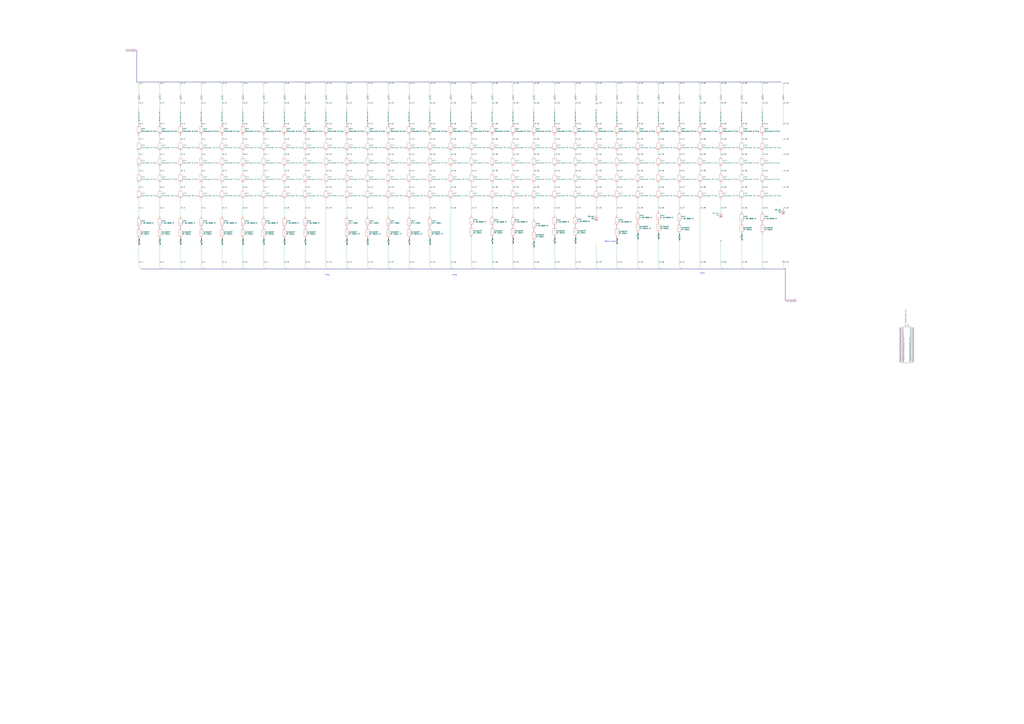
<source format=kicad_sch>
(kicad_sch (version 20230121) (generator eeschema)
  (paper "A0")
  (no_connect (at 1060.45 383.54))
  (no_connect (at 1060.45 405.13))
  (no_connect (at 1060.45 400.05))
  (no_connect (at 1045.21 403.86))
  (no_connect (at 1045.21 398.78))
  (no_connect (at 1045.21 402.59))
  (no_connect (at 1060.45 389.89))
  (no_connect (at 1060.45 411.48))
  (no_connect (at 1045.21 416.56))
  (no_connect (at 1060.45 387.35))
  (no_connect (at 1045.21 414.02))
  (no_connect (at 1045.21 388.62))
  (no_connect (at 836.93 279.4))
  (no_connect (at 1045.21 389.89))
  (no_connect (at 1045.21 405.13))
  (no_connect (at 692.15 127.635))
  (no_connect (at 692.15 116.84))
  (no_connect (at 1060.45 408.94))
  (no_connect (at 1060.45 401.32))
  (no_connect (at 1060.45 396.24))
  (no_connect (at 1045.21 396.24))
  (no_connect (at 1045.21 407.67))
  (no_connect (at 1060.45 386.08))
  (no_connect (at 1060.45 417.83))
  (no_connect (at 1045.21 420.37))
  (no_connect (at 1060.45 419.1))
  (no_connect (at 1045.21 391.16))
  (no_connect (at 1060.45 420.37))
  (no_connect (at 1045.21 411.48))
  (no_connect (at 1045.21 381))
  (no_connect (at 1045.21 393.7))
  (no_connect (at 1045.21 383.54))
  (no_connect (at 1060.45 392.43))
  (no_connect (at 1060.45 388.62))
  (no_connect (at 1060.45 412.75))
  (no_connect (at 1045.21 408.94))
  (no_connect (at 1060.45 414.02))
  (no_connect (at 1060.45 381))
  (no_connect (at 692.15 120.65))
  (no_connect (at 1045.21 384.81))
  (no_connect (at 1045.21 392.43))
  (no_connect (at 1060.45 402.59))
  (no_connect (at 1045.21 412.75))
  (no_connect (at 1060.45 393.7))
  (no_connect (at 1060.45 394.97))
  (no_connect (at 1060.45 384.81))
  (no_connect (at 1045.21 401.32))
  (no_connect (at 1045.21 415.29))
  (no_connect (at 909.32 303.53))
  (no_connect (at 1060.45 398.78))
  (no_connect (at 1060.45 406.4))
  (no_connect (at 1045.21 386.08))
  (no_connect (at 1060.45 407.67))
  (no_connect (at 1060.45 410.21))
  (no_connect (at 1045.21 410.21))
  (no_connect (at 1060.45 391.16))
  (no_connect (at 1045.21 419.1))
  (no_connect (at 1045.21 397.51))
  (no_connect (at 1060.45 416.56))
  (no_connect (at 1045.21 406.4))
  (no_connect (at 1060.45 415.29))
  (no_connect (at 1045.21 382.27))
  (no_connect (at 1045.21 387.35))
  (no_connect (at 1060.45 397.51))
  (no_connect (at 1045.21 394.97))
  (no_connect (at 1045.21 417.83))
  (no_connect (at 1060.45 382.27))
  (no_connect (at 1045.21 400.05))
  (no_connect (at 1060.45 403.86))
  (bus_entry (at 861.06 97.79) (size -2.54 -2.54))
  (bus_entry (at 571.5 309.88) (size 2.54 2.54))
  (bus_entry (at 209.55 97.79) (size -2.54 -2.54))
  (bus_entry (at 764.54 97.79) (size -2.54 -2.54))
  (bus_entry (at 643.89 309.88) (size 2.54 2.54))
  (bus_entry (at 836.93 309.88) (size 2.54 2.54))
  (bus_entry (at 740.41 309.88) (size 2.54 2.54))
  (bus_entry (at 161.29 97.79) (size -2.54 -2.54))
  (bus_entry (at 378.46 309.88) (size 2.54 2.54))
  (bus_entry (at 643.89 97.79) (size -2.54 -2.54))
  (bus_entry (at 547.37 97.79) (size -2.54 -2.54))
  (bus_entry (at 716.28 97.79) (size -2.54 -2.54))
  (bus_entry (at 692.15 309.88) (size 2.54 2.54))
  (bus_entry (at 595.63 97.79) (size -2.54 -2.54))
  (bus_entry (at 499.11 309.88) (size 2.54 2.54))
  (bus_entry (at 909.32 309.88) (size 2.54 2.54))
  (bus_entry (at 885.19 97.79) (size -2.54 -2.54))
  (bus_entry (at 668.02 309.88) (size 2.54 2.54))
  (bus_entry (at 306.07 309.88) (size 2.54 2.54))
  (bus_entry (at 523.24 309.88) (size 2.54 2.54))
  (bus_entry (at 426.72 97.79) (size -2.54 -2.54))
  (bus_entry (at 836.93 97.79) (size -2.54 -2.54))
  (bus_entry (at 474.98 97.79) (size -2.54 -2.54))
  (bus_entry (at 161.29 309.88) (size 2.54 2.54))
  (bus_entry (at 233.68 97.79) (size -2.54 -2.54))
  (bus_entry (at 450.85 97.79) (size -2.54 -2.54))
  (bus_entry (at 788.67 309.88) (size 2.54 2.54))
  (bus_entry (at 426.72 309.88) (size 2.54 2.54))
  (bus_entry (at 209.55 309.88) (size 2.54 2.54))
  (bus_entry (at 474.98 309.88) (size 2.54 2.54))
  (bus_entry (at 378.46 97.79) (size -2.54 -2.54))
  (bus_entry (at 909.32 97.79) (size -2.54 -2.54))
  (bus_entry (at 499.11 97.79) (size -2.54 -2.54))
  (bus_entry (at 523.24 97.79) (size -2.54 -2.54))
  (bus_entry (at 354.33 97.79) (size -2.54 -2.54))
  (bus_entry (at 716.28 309.88) (size 2.54 2.54))
  (bus_entry (at 788.67 97.79) (size -2.54 -2.54))
  (bus_entry (at 354.33 309.88) (size 2.54 2.54))
  (bus_entry (at 740.41 97.79) (size -2.54 -2.54))
  (bus_entry (at 257.81 97.79) (size -2.54 -2.54))
  (bus_entry (at 595.63 309.88) (size 2.54 2.54))
  (bus_entry (at 861.06 309.88) (size 2.54 2.54))
  (bus_entry (at 885.19 309.88) (size 2.54 2.54))
  (bus_entry (at 257.81 309.88) (size 2.54 2.54))
  (bus_entry (at 812.8 97.79) (size -2.54 -2.54))
  (bus_entry (at 402.59 97.79) (size -2.54 -2.54))
  (bus_entry (at 547.37 309.88) (size 2.54 2.54))
  (bus_entry (at 233.68 309.88) (size 2.54 2.54))
  (bus_entry (at 571.5 97.79) (size -2.54 -2.54))
  (bus_entry (at 185.42 97.79) (size -2.54 -2.54))
  (bus_entry (at 185.42 309.88) (size 2.54 2.54))
  (bus_entry (at 692.15 97.79) (size -2.54 -2.54))
  (bus_entry (at 330.2 309.88) (size 2.54 2.54))
  (bus_entry (at 281.94 309.88) (size 2.54 2.54))
  (bus_entry (at 619.76 309.88) (size 2.54 2.54))
  (bus_entry (at 281.94 97.79) (size -2.54 -2.54))
  (bus_entry (at 812.8 309.88) (size 2.54 2.54))
  (bus_entry (at 619.76 97.79) (size -2.54 -2.54))
  (bus_entry (at 764.54 309.88) (size 2.54 2.54))
  (bus_entry (at 668.02 97.79) (size -2.54 -2.54))
  (bus_entry (at 450.85 309.88) (size 2.54 2.54))
  (bus_entry (at 402.59 309.88) (size 2.54 2.54))
  (bus_entry (at 306.07 97.79) (size -2.54 -2.54))
  (bus_entry (at 330.2 97.79) (size -2.54 -2.54))
  (wire (pts (xy 233.68 232.41) (xy 233.68 251.46)))
  (wire (pts (xy 233.68 97.79) (xy 233.68 109.22)))
  (wire (pts (xy 306.07 232.41) (xy 306.07 251.46)))
  (wire (pts (xy 812.8 176.53) (xy 812.8 181.61)))
  (wire (pts (xy 716.28 262.89) (xy 716.28 263.525)))
  (wire (pts (xy 716.28 176.53) (xy 716.28 181.61)))
  (wire (pts (xy 378.46 144.145) (xy 378.46 144.78)))
  (wire (pts (xy 209.55 97.79) (xy 209.55 109.22)))
  (wire (pts (xy 474.98 157.48) (xy 474.98 163.83)))
  (wire (pts (xy 233.68 194.31) (xy 233.68 200.66)))
  (wire (pts (xy 740.41 194.31) (xy 740.41 200.66)))
  (wire (pts (xy 378.46 232.41) (xy 378.46 309.88)))
  (bus (pts (xy 477.52 312.42) (xy 501.65 312.42)))
  (wire (pts (xy 861.06 176.53) (xy 861.06 181.61)))
  (wire (pts (xy 474.98 176.53) (xy 474.98 181.61)))
  (bus (pts (xy 356.87 312.42) (xy 381 312.42)))
  (wire (pts (xy 281.94 97.79) (xy 281.94 109.22)))
  (wire (pts (xy 474.98 144.145) (xy 474.98 144.78)))
  (wire (pts (xy 330.2 213.36) (xy 330.2 219.71)))
  (wire (pts (xy 281.94 284.48) (xy 281.94 309.88)))
  (wire (pts (xy 306.07 194.31) (xy 306.07 200.66)))
  (wire (pts (xy 499.11 116.84) (xy 499.11 127.635)))
  (wire (pts (xy 764.54 157.48) (xy 764.54 163.83)))
  (wire (pts (xy 643.89 157.48) (xy 643.89 163.83)))
  (wire (pts (xy 740.41 144.145) (xy 740.41 144.78)))
  (bus (pts (xy 279.4 95.25) (xy 255.27 95.25)))
  (bus (pts (xy 260.35 312.42) (xy 284.48 312.42)))
  (wire (pts (xy 330.2 144.145) (xy 330.2 144.78)))
  (wire (pts (xy 836.93 116.84) (xy 836.93 127.635)))
  (wire (pts (xy 595.63 232.41) (xy 595.63 250.19)))
  (wire (pts (xy 499.11 97.79) (xy 499.11 109.22)))
  (bus (pts (xy 496.57 95.25) (xy 472.44 95.25)))
  (wire (pts (xy 499.11 232.41) (xy 499.11 251.46)))
  (wire (pts (xy 474.98 213.36) (xy 474.98 219.71)))
  (wire (pts (xy 209.55 176.53) (xy 209.55 181.61)))
  (wire (pts (xy 450.85 176.53) (xy 450.85 181.61)))
  (wire (pts (xy 619.76 176.53) (xy 619.76 181.61)))
  (wire (pts (xy 619.76 287.655) (xy 619.76 309.88)))
  (wire (pts (xy 450.85 157.48) (xy 450.85 163.83)))
  (wire (pts (xy 161.29 157.48) (xy 161.29 163.83)))
  (wire (pts (xy 788.67 157.48) (xy 788.67 163.83)))
  (wire (pts (xy 861.06 97.79) (xy 861.06 109.22)))
  (wire (pts (xy 209.55 284.48) (xy 209.55 309.88)))
  (wire (pts (xy 643.89 116.84) (xy 643.89 127.635)))
  (wire (pts (xy 378.46 176.53) (xy 378.46 181.61)))
  (bus (pts (xy 641.35 95.25) (xy 617.22 95.25)))
  (wire (pts (xy 861.06 232.41) (xy 861.06 246.38)))
  (wire (pts (xy 233.68 144.145) (xy 233.68 144.78)))
  (wire (pts (xy 595.63 194.31) (xy 595.63 200.66)))
  (wire (pts (xy 885.19 232.41) (xy 885.19 246.38)))
  (wire (pts (xy 764.54 97.79) (xy 764.54 109.22)))
  (wire (pts (xy 499.11 144.145) (xy 499.11 144.78)))
  (wire (pts (xy 426.72 116.84) (xy 426.72 127.635)))
  (wire (pts (xy 812.8 144.145) (xy 812.8 144.78)))
  (wire (pts (xy 209.55 144.145) (xy 209.55 144.78)))
  (bus (pts (xy 424.18 95.25) (xy 400.05 95.25)))
  (bus (pts (xy 182.88 95.25) (xy 158.75 95.25)))
  (wire (pts (xy 764.54 176.53) (xy 764.54 181.61)))
  (bus (pts (xy 839.47 312.42) (xy 863.6 312.42)))
  (wire (pts (xy 426.72 194.31) (xy 426.72 200.66)))
  (bus (pts (xy 236.22 312.42) (xy 260.35 312.42)))
  (wire (pts (xy 209.55 232.41) (xy 209.55 251.46)))
  (wire (pts (xy 233.68 157.48) (xy 233.68 163.83)))
  (wire (pts (xy 861.06 213.36) (xy 861.06 219.71)))
  (wire (pts (xy 474.98 194.31) (xy 474.98 200.66)))
  (wire (pts (xy 595.63 97.79) (xy 595.63 109.22)))
  (wire (pts (xy 668.02 213.36) (xy 668.02 219.71)))
  (wire (pts (xy 812.8 213.36) (xy 812.8 219.71)))
  (wire (pts (xy 233.68 176.53) (xy 233.68 181.61)))
  (bus (pts (xy 834.39 95.25) (xy 810.26 95.25)))
  (wire (pts (xy 402.59 176.53) (xy 402.59 181.61)))
  (wire (pts (xy 402.59 213.36) (xy 402.59 219.71)))
  (wire (pts (xy 450.85 194.31) (xy 450.85 200.66)))
  (wire (pts (xy 354.33 144.145) (xy 354.33 144.78)))
  (wire (pts (xy 474.98 97.79) (xy 474.98 109.22)))
  (bus (pts (xy 887.73 312.42) (xy 911.86 312.42)))
  (wire (pts (xy 812.8 232.41) (xy 812.8 309.88)))
  (wire (pts (xy 764.54 278.13) (xy 764.54 309.88)))
  (wire (pts (xy 426.72 144.145) (xy 426.72 144.78)))
  (wire (pts (xy 281.94 213.36) (xy 281.94 219.71)))
  (bus (pts (xy 429.26 312.42) (xy 453.39 312.42)))
  (wire (pts (xy 764.54 144.145) (xy 764.54 144.78)))
  (wire (pts (xy 764.54 116.84) (xy 764.54 127.635)))
  (wire (pts (xy 185.42 284.48) (xy 185.42 309.88)))
  (wire (pts (xy 233.68 284.48) (xy 233.68 309.88)))
  (wire (pts (xy 499.11 157.48) (xy 499.11 163.83)))
  (wire (pts (xy 523.24 194.31) (xy 523.24 200.66)))
  (wire (pts (xy 643.89 176.53) (xy 643.89 181.61)))
  (bus (pts (xy 375.92 95.25) (xy 351.79 95.25)))
  (wire (pts (xy 861.06 116.84) (xy 861.06 127.635)))
  (wire (pts (xy 281.94 144.145) (xy 281.94 144.78)))
  (wire (pts (xy 885.19 176.53) (xy 885.19 181.61)))
  (wire (pts (xy 402.59 157.48) (xy 402.59 163.83)))
  (bus (pts (xy 858.52 95.25) (xy 834.39 95.25)))
  (wire (pts (xy 885.19 144.145) (xy 885.19 144.78)))
  (wire (pts (xy 885.19 271.78) (xy 885.19 309.88)))
  (wire (pts (xy 257.81 194.31) (xy 257.81 200.66)))
  (bus (pts (xy 737.87 95.25) (xy 713.74 95.25)))
  (wire (pts (xy 402.59 97.79) (xy 402.59 109.22)))
  (wire (pts (xy 523.24 176.53) (xy 523.24 181.61)))
  (wire (pts (xy 740.41 116.84) (xy 740.41 127.635)))
  (wire (pts (xy 571.5 283.21) (xy 571.5 309.88)))
  (bus (pts (xy 791.21 312.42) (xy 815.34 312.42)))
  (wire (pts (xy 643.89 232.41) (xy 643.89 250.19)))
  (bus (pts (xy 762 95.25) (xy 737.87 95.25)))
  (bus (pts (xy 622.3 312.42) (xy 646.43 312.42)))
  (wire (pts (xy 836.93 144.145) (xy 836.93 144.78)))
  (bus (pts (xy 810.26 95.25) (xy 786.13 95.25)))
  (wire (pts (xy 209.55 116.84) (xy 209.55 127.635)))
  (bus (pts (xy 670.56 312.42) (xy 694.69 312.42)))
  (wire (pts (xy 861.06 194.31) (xy 861.06 200.66)))
  (wire (pts (xy 547.37 275.59) (xy 547.37 309.88)))
  (bus (pts (xy 544.83 95.25) (xy 520.7 95.25)))
  (wire (pts (xy 716.28 144.145) (xy 716.28 144.78)))
  (wire (pts (xy 354.33 194.31) (xy 354.33 200.66)))
  (wire (pts (xy 306.07 157.48) (xy 306.07 163.83)))
  (wire (pts (xy 692.15 157.48) (xy 692.15 163.83)))
  (wire (pts (xy 330.2 116.84) (xy 330.2 127.635)))
  (wire (pts (xy 571.5 194.31) (xy 571.5 200.66)))
  (wire (pts (xy 306.07 144.145) (xy 306.07 144.78)))
  (wire (pts (xy 547.37 194.31) (xy 547.37 200.66)))
  (wire (pts (xy 354.33 116.84) (xy 354.33 127.635)))
  (wire (pts (xy 209.55 157.48) (xy 209.55 163.83)))
  (bus (pts (xy 598.17 312.42) (xy 622.3 312.42)))
  (wire (pts (xy 547.37 144.145) (xy 547.37 144.78)))
  (wire (pts (xy 523.24 157.48) (xy 523.24 163.83)))
  (wire (pts (xy 668.02 144.145) (xy 668.02 144.78)))
  (wire (pts (xy 474.98 284.48) (xy 474.98 309.88)))
  (bus (pts (xy 453.39 312.42) (xy 477.52 312.42)))
  (bus (pts (xy 617.22 95.25) (xy 593.09 95.25)))
  (wire (pts (xy 281.94 157.48) (xy 281.94 163.83)))
  (wire (pts (xy 692.15 283.21) (xy 692.15 309.88)))
  (wire (pts (xy 523.24 97.79) (xy 523.24 109.22)))
  (wire (pts (xy 788.67 116.84) (xy 788.67 127.635)))
  (wire (pts (xy 571.5 97.79) (xy 571.5 109.22)))
  (wire (pts (xy 354.33 97.79) (xy 354.33 109.22)))
  (wire (pts (xy 692.15 194.31) (xy 692.15 200.66)))
  (wire (pts (xy 595.63 283.21) (xy 595.63 309.88)))
  (wire (pts (xy 354.33 176.53) (xy 354.33 181.61)))
  (wire (pts (xy 233.68 213.36) (xy 233.68 219.71)))
  (wire (pts (xy 281.94 116.84) (xy 281.94 127.635)))
  (wire (pts (xy 161.29 213.36) (xy 161.29 219.71)))
  (wire (pts (xy 571.5 116.84) (xy 571.5 127.635)))
  (bus (pts (xy 187.96 312.42) (xy 212.09 312.42)))
  (bus (pts (xy 911.86 312.42) (xy 911.86 349.25)))
  (wire (pts (xy 523.24 232.41) (xy 523.24 309.88)))
  (wire (pts (xy 812.8 97.79) (xy 812.8 109.22)))
  (wire (pts (xy 499.11 194.31) (xy 499.11 200.66)))
  (wire (pts (xy 257.81 116.84) (xy 257.81 127.635)))
  (wire (pts (xy 740.41 97.79) (xy 740.41 109.22)))
  (wire (pts (xy 378.46 97.79) (xy 378.46 109.22)))
  (wire (pts (xy 619.76 97.79) (xy 619.76 109.22)))
  (wire (pts (xy 185.42 176.53) (xy 185.42 181.61)))
  (wire (pts (xy 257.81 232.41) (xy 257.81 251.46)))
  (bus (pts (xy 549.91 312.42) (xy 574.04 312.42)))
  (bus (pts (xy 520.7 95.25) (xy 496.57 95.25)))
  (wire (pts (xy 547.37 157.48) (xy 547.37 163.83)))
  (bus (pts (xy 231.14 95.25) (xy 207.01 95.25)))
  (wire (pts (xy 161.29 116.84) (xy 161.29 127.635)))
  (bus (pts (xy 568.96 95.25) (xy 544.83 95.25)))
  (wire (pts (xy 788.67 232.41) (xy 788.67 246.38)))
  (bus (pts (xy 786.13 95.25) (xy 762 95.25)))
  (wire (pts (xy 595.63 176.53) (xy 595.63 181.61)))
  (bus (pts (xy 863.6 312.42) (xy 887.73 312.42)))
  (wire (pts (xy 185.42 144.145) (xy 185.42 144.78)))
  (wire (pts (xy 185.42 157.48) (xy 185.42 163.83)))
  (wire (pts (xy 885.19 97.79) (xy 885.19 109.22)))
  (wire (pts (xy 812.8 157.48) (xy 812.8 163.83)))
  (wire (pts (xy 257.81 144.145) (xy 257.81 144.78)))
  (wire (pts (xy 523.24 213.36) (xy 523.24 219.71)))
  (wire (pts (xy 402.59 116.84) (xy 402.59 127.635)))
  (wire (pts (xy 257.81 176.53) (xy 257.81 181.61)))
  (wire (pts (xy 426.72 284.48) (xy 426.72 309.88)))
  (wire (pts (xy 378.46 213.36) (xy 378.46 219.71)))
  (wire (pts (xy 161.29 284.48) (xy 161.29 309.88)))
  (bus (pts (xy 472.44 95.25) (xy 448.31 95.25)))
  (wire (pts (xy 885.19 157.48) (xy 885.19 163.83)))
  (wire (pts (xy 668.02 283.21) (xy 668.02 309.88)))
  (wire (pts (xy 402.59 232.41) (xy 402.59 251.46)))
  (wire (pts (xy 619.76 194.31) (xy 619.76 200.66)))
  (bus (pts (xy 501.65 312.42) (xy 525.78 312.42)))
  (wire (pts (xy 668.02 97.79) (xy 668.02 109.22)))
  (wire (pts (xy 643.89 97.79) (xy 643.89 109.22)))
  (wire (pts (xy 619.76 157.48) (xy 619.76 163.83)))
  (wire (pts (xy 161.29 176.53) (xy 161.29 181.61)))
  (wire (pts (xy 354.33 284.48) (xy 354.33 309.88)))
  (wire (pts (xy 547.37 176.53) (xy 547.37 181.61)))
  (wire (pts (xy 740.41 213.36) (xy 740.41 219.71)))
  (bus (pts (xy 284.48 312.42) (xy 308.61 312.42)))
  (wire (pts (xy 861.06 157.48) (xy 861.06 163.83)))
  (wire (pts (xy 330.2 284.48) (xy 330.2 309.88)))
  (wire (pts (xy 185.42 194.31) (xy 185.42 200.66)))
  (wire (pts (xy 885.19 213.36) (xy 885.19 219.71)))
  (bus (pts (xy 448.31 95.25) (xy 424.18 95.25)))
  (bus (pts (xy 158.75 95.25) (xy 158.75 58.42)))
  (bus (pts (xy 689.61 95.25) (xy 665.48 95.25)))
  (bus (pts (xy 593.09 95.25) (xy 568.96 95.25)))
  (bus (pts (xy 815.34 312.42) (xy 839.47 312.42)))
  (wire (pts (xy 281.94 176.53) (xy 281.94 181.61)))
  (wire (pts (xy 836.93 232.41) (xy 836.93 246.38)))
  (wire (pts (xy 402.59 284.48) (xy 402.59 309.88)))
  (wire (pts (xy 450.85 232.41) (xy 450.85 251.46)))
  (bus (pts (xy 694.69 312.42) (xy 718.82 312.42)))
  (wire (pts (xy 281.94 232.41) (xy 281.94 251.46)))
  (bus (pts (xy 665.48 95.25) (xy 641.35 95.25)))
  (wire (pts (xy 499.11 176.53) (xy 499.11 181.61)))
  (wire (pts (xy 668.02 157.48) (xy 668.02 163.83)))
  (wire (pts (xy 306.07 176.53) (xy 306.07 181.61)))
  (wire (pts (xy 885.19 194.31) (xy 885.19 200.66)))
  (wire (pts (xy 306.07 97.79) (xy 306.07 109.22)))
  (wire (pts (xy 330.2 232.41) (xy 330.2 251.46)))
  (wire (pts (xy 812.8 194.31) (xy 812.8 200.66)))
  (bus (pts (xy 718.82 312.42) (xy 742.95 312.42)))
  (wire (pts (xy 426.72 157.48) (xy 426.72 163.83)))
  (wire (pts (xy 402.59 144.145) (xy 402.59 144.78)))
  (bus (pts (xy 351.79 95.25) (xy 327.66 95.25)))
  (wire (pts (xy 668.02 194.31) (xy 668.02 200.66)))
  (wire (pts (xy 571.5 144.145) (xy 571.5 144.78)))
  (wire (pts (xy 692.15 213.36) (xy 692.15 219.71)))
  (wire (pts (xy 643.89 213.36) (xy 643.89 219.71)))
  (wire (pts (xy 378.46 157.48) (xy 378.46 163.83)))
  (wire (pts (xy 909.32 116.84) (xy 909.32 144.78)))
  (wire (pts (xy 306.07 213.36) (xy 306.07 219.71)))
  (bus (pts (xy 400.05 95.25) (xy 375.92 95.25)))
  (bus (pts (xy 212.09 312.42) (xy 236.22 312.42)))
  (wire (pts (xy 643.89 144.145) (xy 643.89 144.78)))
  (wire (pts (xy 716.28 283.845) (xy 716.28 309.88)))
  (wire (pts (xy 716.28 194.31) (xy 716.28 200.66)))
  (wire (pts (xy 450.85 144.145) (xy 450.85 144.78)))
  (wire (pts (xy 788.67 144.145) (xy 788.67 144.78)))
  (wire (pts (xy 378.46 194.31) (xy 378.46 200.66)))
  (wire (pts (xy 571.5 232.41) (xy 571.5 250.19)))
  (bus (pts (xy 405.13 312.42) (xy 429.26 312.42)))
  (wire (pts (xy 668.02 232.41) (xy 668.02 249.555)))
  (wire (pts (xy 836.93 97.79) (xy 836.93 109.22)))
  (bus (pts (xy 163.83 312.42) (xy 187.96 312.42)))
  (wire (pts (xy 836.93 279.4) (xy 836.93 309.88)))
  (wire (pts (xy 909.32 97.79) (xy 909.32 109.22)))
  (wire (pts (xy 836.93 213.36) (xy 836.93 219.71)))
  (wire (pts (xy 595.63 213.36) (xy 595.63 219.71)))
  (wire (pts (xy 595.63 116.84) (xy 595.63 127.635)))
  (wire (pts (xy 474.98 232.41) (xy 474.98 251.46)))
  (wire (pts (xy 668.02 116.84) (xy 668.02 127.635)))
  (wire (pts (xy 257.81 97.79) (xy 257.81 109.22)))
  (bus (pts (xy 327.66 95.25) (xy 303.53 95.25)))
  (bus (pts (xy 742.95 312.42) (xy 767.08 312.42)))
  (wire (pts (xy 571.5 213.36) (xy 571.5 219.71)))
  (bus (pts (xy 882.65 95.25) (xy 858.52 95.25)))
  (wire (pts (xy 836.93 176.53) (xy 836.93 181.61)))
  (wire (pts (xy 788.67 194.31) (xy 788.67 200.66)))
  (wire (pts (xy 330.2 97.79) (xy 330.2 109.22)))
  (bus (pts (xy 906.78 95.25) (xy 882.65 95.25)))
  (bus (pts (xy 574.04 312.42) (xy 598.17 312.42)))
  (wire (pts (xy 740.41 245.11) (xy 740.41 232.41)))
  (wire (pts (xy 450.85 213.36) (xy 450.85 219.71)))
  (wire (pts (xy 450.85 116.84) (xy 450.85 127.635)))
  (wire (pts (xy 692.15 232.41) (xy 692.15 250.19)))
  (wire (pts (xy 595.63 144.145) (xy 595.63 144.78)))
  (wire (pts (xy 257.81 213.36) (xy 257.81 219.71)))
  (wire (pts (xy 788.67 213.36) (xy 788.67 219.71)))
  (wire (pts (xy 716.28 97.79) (xy 716.28 109.22)))
  (bus (pts (xy 713.74 95.25) (xy 689.61 95.25)))
  (wire (pts (xy 764.54 213.36) (xy 764.54 219.71)))
  (wire (pts (xy 836.93 194.31) (xy 836.93 200.66)))
  (wire (pts (xy 692.15 97.79) (xy 692.15 109.22)))
  (wire (pts (xy 812.8 116.84) (xy 812.8 127.635)))
  (wire (pts (xy 740.41 176.53) (xy 740.41 181.61)))
  (wire (pts (xy 185.42 116.84) (xy 185.42 127.635)))
  (wire (pts (xy 426.72 176.53) (xy 426.72 181.61)))
  (bus (pts (xy 207.01 95.25) (xy 182.88 95.25)))
  (wire (pts (xy 716.28 116.84) (xy 716.28 127.635)))
  (bus (pts (xy 525.78 312.42) (xy 549.91 312.42)))
  (wire (pts (xy 619.76 213.36) (xy 619.76 219.71)))
  (bus (pts (xy 308.61 312.42) (xy 332.74 312.42)))
  (wire (pts (xy 523.24 116.84) (xy 523.24 127.635)))
  (wire (pts (xy 523.24 144.145) (xy 523.24 144.78)))
  (wire (pts (xy 402.59 194.31) (xy 402.59 200.66)))
  (bus (pts (xy 381 312.42) (xy 405.13 312.42)))
  (wire (pts (xy 185.42 232.41) (xy 185.42 251.46)))
  (wire (pts (xy 547.37 213.36) (xy 547.37 219.71)))
  (wire (pts (xy 861.06 279.4) (xy 861.06 309.88)))
  (wire (pts (xy 330.2 176.53) (xy 330.2 181.61)))
  (wire (pts (xy 861.06 144.145) (xy 861.06 144.78)))
  (wire (pts (xy 885.19 116.84) (xy 885.19 127.635)))
  (wire (pts (xy 185.42 97.79) (xy 185.42 109.22)))
  (wire (pts (xy 161.29 194.31) (xy 161.29 200.66)))
  (wire (pts (xy 426.72 232.41) (xy 426.72 251.46)))
  (wire (pts (xy 354.33 157.48) (xy 354.33 163.83)))
  (wire (pts (xy 909.32 303.53) (xy 909.32 309.88)))
  (wire (pts (xy 740.41 278.13) (xy 740.41 309.88)))
  (wire (pts (xy 426.72 213.36) (xy 426.72 219.71)))
  (wire (pts (xy 716.28 157.48) (xy 716.28 163.83)))
  (wire (pts (xy 716.28 232.41) (xy 716.28 250.19)))
  (wire (pts (xy 692.15 144.145) (xy 692.15 144.78)))
  (wire (pts (xy 547.37 232.41) (xy 547.37 250.19)))
  (wire (pts (xy 257.81 284.48) (xy 257.81 309.88)))
  (wire (pts (xy 161.29 97.79) (xy 161.29 109.22)))
  (wire (pts (xy 257.81 157.48) (xy 257.81 163.83)))
  (wire (pts (xy 209.55 194.31) (xy 209.55 200.66)))
  (wire (pts (xy 209.55 213.36) (xy 209.55 219.71)))
  (wire (pts (xy 378.46 116.84) (xy 378.46 127.635)))
  (wire (pts (xy 330.2 157.48) (xy 330.2 163.83)))
  (wire (pts (xy 788.67 279.4) (xy 788.67 309.88)))
  (wire (pts (xy 788.67 176.53) (xy 788.67 181.61)))
  (wire (pts (xy 233.68 116.84) (xy 233.68 127.635)))
  (wire (pts (xy 185.42 213.36) (xy 185.42 219.71)))
  (wire (pts (xy 499.11 213.36) (xy 499.11 219.71)))
  (wire (pts (xy 692.15 176.53) (xy 692.15 181.61)))
  (wire (pts (xy 499.11 284.48) (xy 499.11 309.88)))
  (bus (pts (xy 255.27 95.25) (xy 231.14 95.25)))
  (wire (pts (xy 306.07 284.48) (xy 306.07 309.88)))
  (wire (pts (xy 571.5 157.48) (xy 571.5 163.83)))
  (wire (pts (xy 668.02 262.255) (xy 668.02 262.89)))
  (wire (pts (xy 619.76 232.41) (xy 619.76 254.635)))
  (bus (pts (xy 767.08 312.42) (xy 791.21 312.42)))
  (wire (pts (xy 764.54 194.31) (xy 764.54 200.66)))
  (wire (pts (xy 764.54 245.11) (xy 764.54 232.41)))
  (wire (pts (xy 619.76 144.145) (xy 619.76 144.78)))
  (wire (pts (xy 450.85 284.48) (xy 450.85 309.88)))
  (wire (pts (xy 161.29 232.41) (xy 161.29 251.46)))
  (bus (pts (xy 303.53 95.25) (xy 279.4 95.25)))
  (wire (pts (xy 474.98 116.84) (xy 474.98 127.635)))
  (wire (pts (xy 836.93 157.48) (xy 836.93 163.83)))
  (bus (pts (xy 332.74 312.42) (xy 356.87 312.42)))
  (wire (pts (xy 547.37 116.84) (xy 547.37 127.635)))
  (wire (pts (xy 595.63 157.48) (xy 595.63 163.83)))
  (wire (pts (xy 426.72 97.79) (xy 426.72 109.22)))
  (wire (pts (xy 643.89 283.21) (xy 643.89 309.88)))
  (wire (pts (xy 306.07 116.84) (xy 306.07 127.635)))
  (wire (pts (xy 547.37 97.79) (xy 547.37 109.22)))
  (wire (pts (xy 281.94 194.31) (xy 281.94 200.66)))
  (wire (pts (xy 450.85 97.79) (xy 450.85 109.22)))
  (wire (pts (xy 571.5 176.53) (xy 571.5 181.61)))
  (wire (pts (xy 354.33 232.41) (xy 354.33 251.46)))
  (wire (pts (xy 619.76 116.84) (xy 619.76 127.635)))
  (wire (pts (xy 788.67 97.79) (xy 788.67 109.22)))
  (wire (pts (xy 668.02 176.53) (xy 668.02 181.61)))
  (wire (pts (xy 716.28 213.36) (xy 716.28 219.71)))
  (bus (pts (xy 646.43 312.42) (xy 670.56 312.42)))
  (wire (pts (xy 740.41 157.48) (xy 740.41 163.83)))
  (wire (pts (xy 643.89 194.31) (xy 643.89 200.66)))
  (wire (pts (xy 354.33 213.36) (xy 354.33 219.71)))
  (wire (pts (xy 330.2 194.31) (xy 330.2 200.66)))
  (wire (pts (xy 161.29 144.145) (xy 161.29 144.78)))
  (text "18inch-brass" (at 701.675 281.305 0) (effects (font (size 1.27 1.27)) (justify left bottom)))
  (text "Pump\n" (at 812.8 318.135 0) (effects (font (size 1.27 1.27)) (justify left bottom)))
  (text "Pump\n" (at 525.145 320.04 0) (effects (font (size 1.27 1.27)) (justify left bottom)))
  (text "Pump\n" (at 377.19 320.04 0) (effects (font (size 1.27 1.27)) (justify left bottom)))
  (label "L3-15" (at 499.11 120.65 0))
  (label "L3-29" (at 836.93 305.435 0))
  (label "L3-15" (at 499.11 242.57 0))
  (label "L3-1" (at 161.29 120.65 0))
  (label "L3-16" (at 523.24 199.39 0))
  (label "L3-28" (at 812.8 180.34 0))
  (label "L3-18" (at 571.5 120.65 0))
  (label "L3-27" (at 788.67 242.57 0))
  (label "L3-19" (at 595.63 242.57 0))
  (label "L3-19" (at 595.63 218.44 0))
  (label "L3-18" (at 571.5 218.44 0))
  (label "L3-16" (at 523.24 218.44 0))
  (label "L3-10" (at 378.46 120.65 0))
  (label "L3-32" (at 909.32 97.79 0))
  (label "L3-8" (at 330.2 144.78 0))
  (label "L3-12" (at 426.72 97.79 0))
  (label "L3-26" (at 764.54 305.435 0))
  (label "L3-22" (at 668.02 180.34 0))
  (label "L3-4" (at 233.68 305.435 0))
  (label "L3-28" (at 812.8 120.65 0))
  (label "L3-24" (at 716.28 180.34 0))
  (label "L3-3" (at 209.55 199.39 0))
  (label "L3-13" (at 450.85 218.44 0))
  (label "L3-15" (at 499.11 218.44 0))
  (label "L3-3" (at 209.55 97.79 0))
  (label "L3-13" (at 450.85 162.56 0))
  (label "L3-1" (at 161.29 218.44 0))
  (label "L3-18" (at 571.5 305.435 0))
  (label "L3-28" (at 812.8 242.57 0))
  (label "L3-17" (at 547.37 305.435 0))
  (label "L3-28" (at 812.8 97.79 0))
  (label "L3-2" (at 185.42 305.435 0))
  (label "L3-23" (at 692.15 144.78 0))
  (label "L3-11" (at 402.59 199.39 0))
  (label "L3-2" (at 185.42 144.78 0))
  (label "L3-2" (at 185.42 97.79 0))
  (label "L3-9" (at 354.33 305.435 0))
  (label "L3-22" (at 668.02 120.65 0))
  (label "L3-21" (at 643.89 97.79 0))
  (label "L3-32" (at 909.32 162.56 0))
  (label "L3-11" (at 402.59 218.44 0))
  (label "L3-19" (at 595.63 97.79 0))
  (label "L3-23" (at 692.15 242.57 0))
  (label "L3-19" (at 595.63 199.39 0))
  (label "L3-27" (at 788.67 144.78 0))
  (label "L3-31" (at 885.19 180.34 0))
  (label "L3-18" (at 571.5 162.56 0))
  (label "L3-31" (at 885.19 144.78 0))
  (label "L3-32" (at 909.32 199.39 0))
  (label "L3-15" (at 499.11 305.435 0))
  (label "L3-22" (at 668.02 162.56 0))
  (label "L3-5" (at 257.81 218.44 0))
  (label "L3-32" (at 909.32 180.34 0))
  (label "L3-6" (at 281.94 180.34 0))
  (label "L3-15" (at 499.11 97.79 0))
  (label "L3-26" (at 764.54 144.78 0))
  (label "L3-14" (at 474.98 199.39 0))
  (label "L3-15" (at 499.11 144.78 0))
  (label "L3-21" (at 643.89 305.435 0))
  (label "L3-29" (at 836.93 180.34 0))
  (label "L3-29" (at 836.93 120.65 0))
  (label "L3-27" (at 788.67 305.435 0))
  (label "L3-14" (at 474.98 218.44 0))
  (label "L3-3" (at 209.55 305.435 0))
  (label "L3-21" (at 643.89 242.57 0))
  (label "L3-18" (at 571.5 180.34 0))
  (label "L3-4" (at 233.68 97.79 0))
  (label "L3-18" (at 571.5 144.78 0))
  (label "L3-29" (at 836.93 144.78 0))
  (label "L3-14" (at 474.98 162.56 0))
  (label "L3-23" (at 692.15 180.34 0))
  (label "L3-10" (at 378.46 305.435 0))
  (label "L3-24" (at 716.28 199.39 0))
  (label "L3-6" (at 281.94 144.78 0))
  (label "L3-16" (at 523.24 180.34 0))
  (label "L3-7" (at 306.07 180.34 0))
  (label "L3-3" (at 209.55 242.57 0))
  (label "L3-22" (at 668.02 218.44 0))
  (label "L3-31" (at 885.19 120.65 0))
  (label "L3-8" (at 330.2 120.65 0))
  (label "L3-31" (at 885.19 97.79 0))
  (label "L3-22" (at 668.02 305.435 0))
  (label "L3-26" (at 764.54 218.44 0))
  (label "L3-11" (at 402.59 242.57 0))
  (label "L3-12" (at 426.72 242.57 0))
  (label "L3-8" (at 330.2 218.44 0))
  (label "L3-11" (at 402.59 120.65 0))
  (label "L3-12" (at 426.72 218.44 0))
  (label "L3-32" (at 909.32 305.435 0))
  (label "L3-32" (at 909.32 218.44 0))
  (label "L3-28" (at 812.8 144.78 0))
  (label "L3-2" (at 185.42 120.65 0))
  (label "L3-26" (at 764.54 120.65 0))
  (label "L3-23" (at 692.15 199.39 0))
  (label "L3-26" (at 764.54 162.56 0))
  (label "L3-9" (at 354.33 120.65 0))
  (label "L3-22" (at 668.02 144.78 0))
  (label "L3-3" (at 209.55 120.65 0))
  (label "L3-1" (at 161.29 242.57 0))
  (label "L3-13" (at 450.85 242.57 0))
  (label "L3-30" (at 861.06 199.39 0))
  (label "L3-7" (at 306.07 305.435 0))
  (label "L3-9" (at 354.33 97.79 0))
  (label "L3-19" (at 595.63 120.65 0))
  (label "L3-11" (at 402.59 305.435 0))
  (label "L3-25" (at 740.41 199.39 0))
  (label "L3-12" (at 426.72 305.435 0))
  (label "L3-11" (at 402.59 97.79 0))
  (label "L3-11" (at 402.59 144.78 0))
  (label "L3-9" (at 354.33 218.44 0))
  (label "L3-31" (at 885.19 199.39 0))
  (label "L3-23" (at 692.15 97.79 0))
  (label "L3-27" (at 788.67 120.65 0))
  (label "L3-23" (at 692.15 305.435 0))
  (label "L3-9" (at 354.33 199.39 0))
  (label "L3-30" (at 861.06 144.78 0))
  (label "L3-4" (at 233.68 120.65 0))
  (label "L3-11" (at 402.59 162.56 0))
  (label "L3-9" (at 354.33 144.78 0))
  (label "L3-7" (at 306.07 144.78 0))
  (label "L3-13" (at 450.85 199.39 0))
  (label "L3-17" (at 547.37 242.57 0))
  (label "L3-28" (at 812.8 305.435 0))
  (label "L3-1" (at 161.29 97.79 0))
  (label "L3-18" (at 571.5 199.39 0))
  (label "L3-30" (at 861.06 180.34 0))
  (label "L3-20" (at 619.76 218.44 0))
  (label "L3-10" (at 378.46 144.78 0))
  (label "L3-13" (at 450.85 144.78 0))
  (label "L3-6" (at 281.94 305.435 0))
  (label "L3-26" (at 764.54 199.39 0))
  (label "L3-3" (at 209.55 218.44 0))
  (label "L3-25" (at 740.41 180.34 0))
  (label "L3-27" (at 788.67 199.39 0))
  (label "L3-25" (at 740.41 144.78 0))
  (label "L3-25" (at 740.41 242.57 0))
  (label "L3-15" (at 499.11 199.39 0))
  (label "L3-5" (at 257.81 199.39 0))
  (label "L3-12" (at 426.72 180.34 0))
  (label "L3-14" (at 474.98 242.57 0))
  (label "L3-26" (at 764.54 97.79 0))
  (label "L3-8" (at 330.2 97.79 0))
  (label "L3-29" (at 836.93 242.57 0))
  (label "L3-28" (at 812.8 199.39 0))
  (label "L3-12" (at 426.72 162.56 0))
  (label "L3-20" (at 619.76 120.65 0))
  (label "L3-21" (at 643.89 199.39 0))
  (label "L3-25" (at 740.41 97.79 0))
  (label "L3-14" (at 474.98 144.78 0))
  (label "L3-22" (at 668.02 242.57 0))
  (label "L3-6" (at 281.94 162.56 0))
  (label "L3-15" (at 499.11 162.56 0))
  (label "L3-20" (at 619.76 97.79 0))
  (label "L3-25" (at 740.41 218.44 0))
  (label "L3-17" (at 547.37 199.39 0))
  (label "L3-17" (at 547.37 120.65 0))
  (label "L3-21" (at 643.89 120.65 0))
  (label "L3-23" (at 692.15 120.65 0))
  (label "L3-6" (at 281.94 199.39 0))
  (label "L3-20" (at 619.76 180.34 0))
  (label "L3-5" (at 257.81 162.56 0))
  (label "L3-10" (at 378.46 242.57 0))
  (label "L3-30" (at 861.06 242.57 0))
  (label "L3-14" (at 474.98 305.435 0))
  (label "L3-27" (at 788.67 162.56 0))
  (label "L3-20" (at 619.76 144.78 0))
  (label "L3-2" (at 185.42 180.34 0))
  (label "L3-14" (at 474.98 120.65 0))
  (label "L3-29" (at 836.93 218.44 0))
  (label "L3-8" (at 330.2 199.39 0))
  (label "L3-2" (at 185.42 218.44 0))
  (label "L3-25" (at 740.41 120.65 0))
  (label "L3-4" (at 233.68 242.57 0))
  (label "L3-5" (at 257.81 305.435 0))
  (label "L3-30" (at 861.06 305.435 0))
  (label "L3-1" (at 161.29 180.34 0))
  (label "L3-19" (at 595.63 180.34 0))
  (label "L3-14" (at 474.98 97.79 0))
  (label "L3-7" (at 306.07 199.39 0))
  (label "L3-5" (at 257.81 242.57 0))
  (label "L3-21" (at 643.89 180.34 0))
  (label "L3-6" (at 281.94 218.44 0))
  (label "L3-30" (at 861.06 97.79 0))
  (label "L3-11" (at 402.59 180.34 0))
  (label "L3-31" (at 885.19 242.57 0))
  (label "L3-6" (at 281.94 120.65 0))
  (label "L3-23" (at 692.15 218.44 0))
  (label "L3-4" (at 233.68 199.39 0))
  (label "L3-24" (at 716.28 242.57 0))
  (label "L3-4" (at 233.68 144.78 0))
  (label "L3-4" (at 233.68 218.44 0))
  (label "L3-3" (at 209.55 180.34 0))
  (label "L3-27" (at 788.67 180.34 0))
  (label "L3-7" (at 306.07 162.56 0))
  (label "L3-19" (at 595.63 305.435 0))
  (label "L3-22" (at 668.02 97.79 0))
  (label "L3-5" (at 257.81 180.34 0))
  (label "L3-31" (at 885.19 218.44 0))
  (label "L3-25" (at 740.41 305.435 0))
  (label "L3-16" (at 523.24 162.56 0))
  (label "L3-30" (at 861.06 120.65 0))
  (label "L3-10" (at 378.46 218.44 0))
  (label "L3-18" (at 571.5 97.79 0))
  (label "L3-16" (at 523.24 144.78 0))
  (label "L3-7" (at 306.07 218.44 0))
  (label "L3-30" (at 861.06 162.56 0))
  (label "L3-21" (at 643.89 162.56 0))
  (label "L3-17" (at 547.37 162.56 0))
  (label "L3-12" (at 426.72 144.78 0))
  (label "L3-17" (at 547.37 97.79 0))
  (label "L3-13" (at 450.85 305.435 0))
  (label "L3-18" (at 571.5 242.57 0))
  (label "L3-16" (at 523.24 305.435 0))
  (label "L3-30" (at 861.06 218.44 0))
  (label "L3-9" (at 354.33 180.34 0))
  (label "L3-6" (at 281.94 242.57 0))
  (label "L3-31" (at 885.19 305.435 0))
  (label "L3-20" (at 619.76 242.57 0))
  (label "L3-21" (at 643.89 144.78 0))
  (label "L3-17" (at 547.37 180.34 0))
  (label "L3-12" (at 426.72 120.65 0))
  (label "L3-12" (at 426.72 199.39 0))
  (label "L3-8" (at 330.2 305.435 0))
  (label "L3-5" (at 257.81 97.79 0))
  (label "L3-3" (at 209.55 162.56 0))
  (label "L3-20" (at 619.76 162.56 0))
  (label "L3-24" (at 716.28 144.78 0))
  (label "L3-2" (at 185.42 162.56 0))
  (label "L3-26" (at 764.54 180.34 0))
  (label "L3-6" (at 281.94 97.79 0))
  (label "L3-1" (at 161.29 199.39 0))
  (label "L3-13" (at 450.85 97.79 0))
  (label "L3-27" (at 788.67 97.79 0))
  (label "L3-32" (at 909.32 144.78 0))
  (label "L3-13" (at 450.85 180.34 0))
  (label "L3-15" (at 499.11 180.34 0))
  (label "L3-24" (at 716.28 218.44 0))
  (label "L3-19" (at 595.63 144.78 0))
  (label "L3-7" (at 306.07 242.57 0))
  (label "L3-7" (at 306.07 97.79 0))
  (label "L3-5" (at 257.81 144.78 0))
  (label "L3-17" (at 547.37 218.44 0))
  (label "L3-8" (at 330.2 242.57 0))
  (label "L3-31" (at 885.19 162.56 0))
  (label "L3-26" (at 764.54 242.57 0))
  (label "L3-14" (at 474.98 180.34 0))
  (label "L3-24" (at 716.28 97.79 0))
  (label "L3-4" (at 233.68 162.56 0))
  (label "L3-24" (at 716.28 162.56 0))
  (label "L3-17" (at 547.37 144.78 0))
  (label "L3-1" (at 161.29 162.56 0))
  (label "L3-24" (at 716.28 120.65 0))
  (label "L3-28" (at 812.8 162.56 0))
  (label "L3-27" (at 788.67 218.44 0))
  (label "L3-8" (at 330.2 162.56 0))
  (label "L3-16" (at 523.24 120.65 0))
  (label "L3-2" (at 185.42 199.39 0))
  (label "L3-5" (at 257.81 120.65 0))
  (label "L3-16" (at 523.24 242.57 0))
  (label "L3-29" (at 836.93 97.79 0))
  (label "L3-25" (at 740.41 162.56 0))
  (label "L3-21" (at 643.89 218.44 0))
  (label "L3-32" (at 909.32 242.57 0))
  (label "L3-10" (at 378.46 162.56 0))
  (label "L3-13" (at 450.85 120.65 0))
  (label "L3-23" (at 692.15 162.56 0))
  (label "L3-28" (at 812.8 218.44 0))
  (label "L3-2" (at 185.42 242.57 0))
  (label "L3-3" (at 209.55 144.78 0))
  (label "L3-24" (at 716.28 305.435 0))
  (label "L3-22" (at 668.02 199.39 0))
  (label "L3-29" (at 836.93 162.56 0))
  (label "L3-1" (at 161.29 305.435 0))
  (label "L3-16" (at 523.24 97.79 0))
  (label "L3-8" (at 330.2 180.34 0))
  (label "L3-19" (at 595.63 162.56 0))
  (label "L3-10" (at 378.46 199.39 0))
  (label "L3-29" (at 836.93 199.39 0))
  (label "L3-1" (at 161.29 144.78 0))
  (label "L3-20" (at 619.76 305.435 0))
  (label "L3-7" (at 306.07 120.65 0))
  (label "L3-10" (at 378.46 97.79 0))
  (label "L3-32" (at 909.32 120.65 0))
  (label "L3-9" (at 354.33 162.56 0))
  (label "L3-4" (at 233.68 180.34 0))
  (label "L3-10" (at 378.46 180.34 0))
  (label "L3-20" (at 619.76 199.39 0))
  (label "L3-9" (at 354.33 242.57 0))
  (global_label "L3-[1..32]" (shape input) (at 158.75 58.42 180) (property "Intersheetrefs" "${INTERSHEET_REFS}" (effects hide)))
  (global_label "L3-[1..32]" (shape input) (at 911.86 349.25 0) (property "Intersheetrefs" "${INTERSHEET_REFS}" (effects hide)))
  (symbol (lib_id "Quantum Computing:Attenuator 20-Cryo") (at 643.89 226.06 0) (unit 1) (on_board no)
    (property "Reference" "ATT?" (at 646.43 224.79 0) (effects (justify left)))
    (property "Value" "Attenuator 20-Cryo" (at 646.43 227.33 0) (effects (justify left)))
  )
  (symbol (lib_id "Quantum Computing:SMA-SMP") (at 474.98 280.67 90) (unit 1)
    (property "Reference" "L:?" (at 474.345 280.67 0) (effects (font (size 0.64 0.64))))
    (property "Value" "SMA-SMP" (at 475.615 280.67 0) (effects (font (size 1 1))))
  )
  (symbol (lib_id "Quantum Computing:F-30-8000-R") (at 619.76 260.985 0) (unit 1) (on_board no)
    (property "Reference" "LPF?" (at 622.046 259.969 0) (effects (justify left)))
    (property "Value" "F-30-8000-R" (at 622.046 262.255 0) (effects (justify left)))
  )
  (symbol (lib_id "Quantum Computing:NbTi-RF-line") (at 450.85 135.89 90) (unit 1)
    (property "Reference" "LX-X?" (at 450.85 132.08 0) (effects (font (size 0.64 0.64))))
    (property "Value" "NbTi-RF-line" (at 450.85 137.795 0) (effects (font (size 0.64 0.64))))
  )
  (symbol (lib_id "Quantum Computing:Attenuator 10-Cryo") (at 836.93 226.06 0) (unit 1) (on_board no)
    (property "Reference" "ATT?" (at 839.47 224.79 0) (effects (justify left)))
    (property "Value" "Attenuator 10-Cryo" (at 839.47 227.33 0) (effects (justify left)))
  )
  (symbol (lib_id "Quantum Computing:Attenuator 10-Cryo") (at 474.98 170.18 0) (unit 1) (on_board no)
    (property "Reference" "ATT?" (at 477.52 168.91 0) (effects (justify left)))
    (property "Value" "Attenuator 10-Cryo" (at 477.52 171.45 0) (effects (justify left)))
  )
  (symbol (lib_id "Quantum Computing:Attenuator 20-Cryo") (at 668.02 226.06 0) (unit 1) (on_board no)
    (property "Reference" "ATT?" (at 670.56 224.79 0) (effects (justify left)))
    (property "Value" "Attenuator 20-Cryo" (at 670.56 227.33 0) (effects (justify left)))
  )
  (symbol (lib_id "Quantum Computing:Attenuator 6-Cryo") (at 716.28 187.96 0) (unit 1) (on_board no)
    (property "Reference" "ATT?" (at 718.82 186.69 0) (effects (justify left)))
    (property "Value" "Attenuator 6-Cryo" (at 718.82 189.23 0) (effects (justify left)))
  )
  (symbol (lib_id "Quantum Computing:Attenuator 6-Cryo") (at 426.72 187.96 0) (unit 1) (on_board no)
    (property "Reference" "ATT?" (at 429.26 186.69 0) (effects (justify left)))
    (property "Value" "Attenuator 6-Cryo" (at 429.26 189.23 0) (effects (justify left)))
  )
  (symbol (lib_id "Quantum Computing:NbTi-RF-line") (at 161.29 135.89 90) (unit 1)
    (property "Reference" "LX-X?" (at 161.29 132.08 0) (effects (font (size 0.64 0.64))))
    (property "Value" "NbTi-RF-line" (at 161.29 137.795 0) (effects (font (size 0.64 0.64))))
  )
  (symbol (lib_id "Quantum Computing:Attenuator 20-Cryo") (at 740.41 226.06 0) (unit 1) (on_board no)
    (property "Reference" "ATT?" (at 742.95 224.79 0) (effects (justify left)))
    (property "Value" "Attenuator 20-Cryo" (at 742.95 227.33 0) (effects (justify left)))
  )
  (symbol (lib_id "Quantum Computing:F-30-8000-R") (at 668.02 255.905 0) (unit 1) (on_board no)
    (property "Reference" "LPF?" (at 670.306 254.889 0) (effects (justify left)))
    (property "Value" "F-30-8000-R" (at 670.306 257.175 0) (effects (justify left)))
  )
  (symbol (lib_id "Quantum Computing:COAX-6FT") (at 861.06 113.03 90) (unit 1)
    (property "Reference" "L:?" (at 860.425 113.03 0) (effects (font (size 0.64 0.64))))
    (property "Value" "COAX-6FT" (at 861.695 113.03 0) (effects (font (size 0.64 0.64))))
  )
  (symbol (lib_id "Quantum Computing:50_cap") (at 692.15 252.73 180) (unit 1) (on_board no)
    (property "Reference" "Ω?" (at 689.61 254 0) (effects (justify left)))
    (property "Value" "50_cap" (at 689.61 251.46 0) (effects (justify left)))
  )
  (symbol (lib_id "Quantum Computing:Attenuator 30-Cryo") (at 474.98 226.06 0) (unit 1) (on_board no)
    (property "Reference" "ATT?" (at 477.52 224.79 0) (effects (justify left)))
    (property "Value" "Attenuator 30-Cryo" (at 477.52 227.33 0) (effects (justify left)))
  )
  (symbol (lib_id "Quantum Computing:Attenuator 6-Cryo") (at 281.94 151.13 0) (unit 1) (on_board no)
    (property "Reference" "ATT?" (at 284.48 149.86 0) (effects (justify left)))
    (property "Value" "Attenuator 6-Cryo" (at 284.48 152.4 0) (effects (justify left)))
  )
  (symbol (lib_id "Quantum Computing:Attenuator 30-Cryo") (at 595.63 226.06 0) (unit 1) (on_board no)
    (property "Reference" "ATT?" (at 598.17 224.79 0) (effects (justify left)))
    (property "Value" "Attenuator 30-Cryo" (at 598.17 227.33 0) (effects (justify left)))
  )
  (symbol (lib_id "Quantum Computing:Attenuator 6-Cryo") (at 595.63 151.13 0) (unit 1) (on_board no)
    (property "Reference" "ATT?" (at 598.17 149.86 0) (effects (justify left)))
    (property "Value" "Attenuator 6-Cryo" (at 598.17 152.4 0) (effects (justify left)))
  )
  (symbol (lib_id "Quantum Computing:Attenuator 6-Cryo") (at 861.06 187.96 0) (unit 1) (on_board no)
    (property "Reference" "ATT?" (at 863.6 186.69 0) (effects (justify left)))
    (property "Value" "Attenuator 6-Cryo" (at 863.6 189.23 0) (effects (justify left)))
  )
  (symbol (lib_id "Quantum Computing:IR-10GHz") (at 764.54 264.16 0) (unit 1) (on_board no)
    (property "Reference" "Eccosorb?" (at 766.826 263.144 0) (effects (justify left)))
    (property "Value" "IR-10GHz" (at 766.826 265.43 0) (effects (justify left)))
  )
  (symbol (lib_id "Quantum Computing:F-30-8000-R") (at 233.68 257.81 0) (unit 1) (on_board no)
    (property "Reference" "LPF?" (at 235.966 256.794 0) (effects (justify left)))
    (property "Value" "F-30-8000-R" (at 235.966 259.08 0) (effects (justify left)))
  )
  (symbol (lib_id "Quantum Computing:IR-10GHz") (at 233.68 270.51 0) (unit 1) (on_board no)
    (property "Reference" "Eccosorb?" (at 235.966 269.494 0) (effects (justify left)))
    (property "Value" "IR-10GHz" (at 235.966 271.78 0) (effects (justify left)))
  )
  (symbol (lib_id "Quantum Computing:Attenuator 30-Cryo") (at 306.07 226.06 0) (unit 1) (on_board no)
    (property "Reference" "ATT?" (at 308.61 224.79 0) (effects (justify left)))
    (property "Value" "Attenuator 30-Cryo" (at 308.61 227.33 0) (effects (justify left)))
  )
  (symbol (lib_id "Quantum Computing:Attenuator 6-Cryo") (at 547.37 151.13 0) (unit 1) (on_board no)
    (property "Reference" "ATT?" (at 549.91 149.86 0) (effects (justify left)))
    (property "Value" "Attenuator 6-Cryo" (at 549.91 152.4 0) (effects (justify left)))
  )
  (symbol (lib_id "Quantum Computing:COAX-6FT") (at 788.67 113.03 90) (unit 1)
    (property "Reference" "L:?" (at 788.035 113.03 0) (effects (font (size 0.64 0.64))))
    (property "Value" "COAX-6FT" (at 789.305 113.03 0) (effects (font (size 0.64 0.64))))
  )
  (symbol (lib_id "Quantum Computing:Attenuator 20-Cryo") (at 812.8 170.18 0) (unit 1) (on_board no)
    (property "Reference" "ATT?" (at 815.34 168.91 0) (effects (justify left)))
    (property "Value" "Attenuator 20-Cryo" (at 815.34 171.45 0) (effects (justify left)))
  )
  (symbol (lib_id "Quantum Computing:Attenuator 30-Cryo") (at 233.68 226.06 0) (unit 1) (on_board no)
    (property "Reference" "ATT?" (at 236.22 224.79 0) (effects (justify left)))
    (property "Value" "Attenuator 30-Cryo" (at 236.22 227.33 0) (effects (justify left)))
  )
  (symbol (lib_id "Quantum Computing:NbTi-RF-line") (at 209.55 135.89 90) (unit 1)
    (property "Reference" "LX-X?" (at 209.55 132.08 0) (effects (font (size 0.64 0.64))))
    (property "Value" "NbTi-RF-line" (at 209.55 137.795 0) (effects (font (size 0.64 0.64))))
  )
  (symbol (lib_id "Quantum Computing:Attenuator 10-Cryo") (at 354.33 170.18 0) (unit 1) (on_board no)
    (property "Reference" "ATT?" (at 356.87 168.91 0) (effects (justify left)))
    (property "Value" "Attenuator 10-Cryo" (at 356.87 171.45 0) (effects (justify left)))
  )
  (symbol (lib_id "Quantum Computing:SMA-SMP") (at 450.85 280.67 90) (unit 1)
    (property "Reference" "L:?" (at 450.215 280.67 0) (effects (font (size 0.64 0.64))))
    (property "Value" "SMA-SMP" (at 451.485 280.67 0) (effects (font (size 1 1))))
  )
  (symbol (lib_id "Quantum Computing:Attenuator 10-Cryo") (at 378.46 207.01 0) (unit 1) (on_board no)
    (property "Reference" "ATT?" (at 381 205.74 0) (effects (justify left)))
    (property "Value" "Attenuator 10-Cryo" (at 381 208.28 0) (effects (justify left)))
  )
  (symbol (lib_id "Quantum Computing:Attenuator 20-Cryo") (at 619.76 226.06 0) (unit 1) (on_board no)
    (property "Reference" "ATT?" (at 622.3 224.79 0) (effects (justify left)))
    (property "Value" "Attenuator 20-Cryo" (at 622.3 227.33 0) (effects (justify left)))
  )
  (symbol (lib_id "Quantum Computing:Attenuator 6-Cryo") (at 306.07 151.13 0) (unit 1) (on_board no)
    (property "Reference" "ATT?" (at 308.61 149.86 0) (effects (justify left)))
    (property "Value" "Attenuator 6-Cryo" (at 308.61 152.4 0) (effects (justify left)))
  )
  (symbol (lib_id "Quantum Computing:COAX-6FT") (at 643.89 113.03 90) (unit 1)
    (property "Reference" "L:?" (at 643.255 113.03 0) (effects (font (size 0.64 0.64))))
    (property "Value" "COAX-6FT" (at 644.525 113.03 0) (effects (font (size 0.64 0.64))))
  )
  (symbol (lib_id "Quantum Computing:IR-10GHz") (at 306.07 270.51 0) (unit 1) (on_board no)
    (property "Reference" "Eccosorb?" (at 308.356 269.494 0) (effects (justify left)))
    (property "Value" "IR-10GHz" (at 308.356 271.78 0) (effects (justify left)))
  )
  (symbol (lib_id "Quantum Computing:COAX-6FT") (at 619.76 113.03 90) (unit 1)
    (property "Reference" "L:?" (at 619.125 113.03 0) (effects (font (size 0.64 0.64))))
    (property "Value" "COAX-6FT" (at 620.395 113.03 0) (effects (font (size 0.64 0.64))))
  )
  (symbol (lib_id "Quantum Computing:IR-10GHz-FF") (at 499.11 270.51 0) (unit 1) (on_board no)
    (property "Reference" "Eccosorb?" (at 501.396 269.494 0) (effects (justify left)))
    (property "Value" "IR-10GHz-FF" (at 501.396 271.78 0) (effects (justify left)))
  )
  (symbol (lib_id "Quantum Computing:Attenuator 3-Cryo") (at 450.85 207.01 0) (unit 1) (on_board no)
    (property "Reference" "ATT?" (at 453.39 205.74 0) (effects (justify left)))
    (property "Value" "Attenuator 3-Cryo" (at 453.39 208.28 0) (effects (justify left)))
  )
  (symbol (lib_id "Quantum Computing:Attenuator 3-Cryo") (at 499.11 207.01 0) (unit 1) (on_board no)
    (property "Reference" "ATT?" (at 501.65 205.74 0) (effects (justify left)))
    (property "Value" "Attenuator 3-Cryo" (at 501.65 208.28 0) (effects (justify left)))
  )
  (symbol (lib_id "Quantum Computing:Attenuator 6-Cryo") (at 330.2 187.96 0) (unit 1) (on_board no)
    (property "Reference" "ATT?" (at 332.74 186.69 0) (effects (justify left)))
    (property "Value" "Attenuator 6-Cryo" (at 332.74 189.23 0) (effects (justify left)))
  )
  (symbol (lib_id "Quantum Computing:Attenuator 6-Cryo") (at 788.67 151.13 0) (unit 1) (on_board no)
    (property "Reference" "ATT?" (at 791.21 149.86 0) (effects (justify left)))
    (property "Value" "Attenuator 6-Cryo" (at 791.21 152.4 0) (effects (justify left)))
  )
  (symbol (lib_id "Quantum Computing:Attenuator 20-Cryo") (at 619.76 170.18 0) (unit 1) (on_board no)
    (property "Reference" "ATT?" (at 622.3 168.91 0) (effects (justify left)))
    (property "Value" "Attenuator 20-Cryo" (at 622.3 171.45 0) (effects (justify left)))
  )
  (symbol (lib_id "Quantum Computing:50_cap") (at 836.93 248.92 180) (unit 1) (on_board no)
    (property "Reference" "Ω?" (at 834.39 250.19 0) (effects (justify left)))
    (property "Value" "50_cap" (at 834.39 247.65 0) (effects (justify left)))
  )
  (symbol (lib_id "Quantum Computing:SMA-SMP") (at 209.55 280.67 90) (unit 1)
    (property "Reference" "L:?" (at 208.915 280.67 0) (effects (font (size 0.64 0.64))))
    (property "Value" "SMA-SMP" (at 210.185 280.67 0) (effects (font (size 1 1))))
  )
  (symbol (lib_id "Quantum Computing:Attenuator 6-Cryo") (at 499.11 187.96 0) (unit 1) (on_board no)
    (property "Reference" "ATT?" (at 501.65 186.69 0) (effects (justify left)))
    (property "Value" "Attenuator 6-Cryo" (at 501.65 189.23 0) (effects (justify left)))
  )
  (symbol (lib_id "Quantum Computing:COAX-6FT") (at 185.42 113.03 90) (unit 1)
    (property "Reference" "L:?" (at 184.785 113.03 0) (effects (font (size 0.64 0.64))))
    (property "Value" "COAX-6FT" (at 186.055 113.03 0) (effects (font (size 0.64 0.64))))
  )
  (symbol (lib_id "Quantum Computing:IR-10GHz") (at 161.29 270.51 0) (unit 1) (on_board no)
    (property "Reference" "Eccosorb?" (at 163.576 269.494 0) (effects (justify left)))
    (property "Value" "IR-10GHz" (at 163.576 271.78 0) (effects (justify left)))
  )
  (symbol (lib_id "Quantum Computing:IR-10GHz") (at 209.55 270.51 0) (unit 1) (on_board no)
    (property "Reference" "Eccosorb?" (at 211.836 269.494 0) (effects (justify left)))
    (property "Value" "IR-10GHz" (at 211.836 271.78 0) (effects (justify left)))
  )
  (symbol (lib_id "Quantum Computing:F-30-8000-R") (at 764.54 251.46 0) (unit 1) (on_board no)
    (property "Reference" "LPF?" (at 766.826 250.444 0) (effects (justify left)))
    (property "Value" "F-30-8000-R" (at 766.826 252.73 0) (effects (justify left)))
  )
  (symbol (lib_id "Quantum Computing:Attenuator 6-Cryo") (at 643.89 151.13 0) (unit 1) (on_board no)
    (property "Reference" "ATT?" (at 646.43 149.86 0) (effects (justify left)))
    (property "Value" "Attenuator 6-Cryo" (at 646.43 152.4 0) (effects (justify left)))
  )
  (symbol (lib_id "Quantum Computing:COAX-6FT") (at 812.8 113.03 90) (unit 1)
    (property "Reference" "L:?" (at 812.165 113.03 0) (effects (font (size 0.64 0.64))))
    (property "Value" "COAX-6FT" (at 813.435 113.03 0) (effects (font (size 0.64 0.64))))
  )
  (symbol (lib_id "Quantum Computing:IR-10GHz") (at 595.63 269.24 0) (unit 1) (on_board no)
    (property "Reference" "Eccosorb?" (at 597.916 268.224 0) (effects (justify left)))
    (property "Value" "IR-10GHz" (at 597.916 270.51 0) (effects (justify left)))
  )
  (symbol (lib_id "Quantum Computing:Attenuator 30-Cryo") (at 185.42 226.06 0) (unit 1) (on_board no)
    (property "Reference" "ATT?" (at 187.96 224.79 0) (effects (justify left)))
    (property "Value" "Attenuator 30-Cryo" (at 187.96 227.33 0) (effects (justify left)))
  )
  (symbol (lib_id "Quantum Computing:COAX-6FT") (at 281.94 113.03 90) (unit 1)
    (property "Reference" "L:?" (at 281.305 113.03 0) (effects (font (size 0.64 0.64))))
    (property "Value" "COAX-6FT" (at 282.575 113.03 0) (effects (font (size 0.64 0.64))))
  )
  (symbol (lib_id "Quantum Computing:SMA-SMP") (at 740.41 274.32 90) (unit 1)
    (property "Reference" "L:?" (at 739.775 274.32 0) (effects (font (size 0.64 0.64))))
    (property "Value" "SMA-SMP" (at 741.045 274.32 0) (effects (font (size 1 1))))
  )
  (symbol (lib_id "Quantum Computing:IR-10GHz") (at 571.5 269.24 0) (unit 1) (on_board no)
    (property "Reference" "Eccosorb?" (at 573.786 268.224 0) (effects (justify left)))
    (property "Value" "IR-10GHz" (at 573.786 270.51 0) (effects (justify left)))
  )
  (symbol (lib_id "Quantum Computing:Attenuator 6-Cryo") (at 619.76 187.96 0) (unit 1) (on_board no)
    (property "Reference" "ATT?" (at 622.3 186.69 0) (effects (justify left)))
    (property "Value" "Attenuator 6-Cryo" (at 622.3 189.23 0) (effects (justify left)))
  )
  (symbol (lib_id "Quantum Computing:Attenuator 3-Cryo") (at 716.28 207.01 0) (unit 1) (on_board no)
    (property "Reference" "ATT?" (at 718.82 205.74 0) (effects (justify left)))
    (property "Value" "Attenuator 3-Cryo" (at 718.82 208.28 0) (effects (justify left)))
  )
  (symbol (lib_id "Quantum Computing:Attenuator 20-Cryo") (at 547.37 170.18 0) (unit 1) (on_board no)
    (property "Reference" "ATT?" (at 549.91 168.91 0) (effects (justify left)))
    (property "Value" "Attenuator 20-Cryo" (at 549.91 171.45 0) (effects (justify left)))
  )
  (symbol (lib_id "Quantum Computing:F-30-8000-R") (at 740.41 251.46 0) (unit 1) (on_board no)
    (property "Reference" "LPF?" (at 742.696 250.444 0) (effects (justify left)))
    (property "Value" "F-30-8000-R" (at 742.696 252.73 0) (effects (justify left)))
  )
  (symbol (lib_id "Quantum Computing:Attenuator 6-Cryo") (at 885.19 151.13 0) (unit 1) (on_board no)
    (property "Reference" "ATT?" (at 887.73 149.86 0) (effects (justify left)))
    (property "Value" "Attenuator 6-Cryo" (at 887.73 152.4 0) (effects (justify left)))
  )
  (symbol (lib_id "Quantum Computing:NbTi-RF-line") (at 499.11 135.89 90) (unit 1)
    (property "Reference" "LX-X?" (at 499.11 132.08 0) (effects (font (size 0.64 0.64))))
    (property "Value" "NbTi-RF-line" (at 499.11 137.795 0) (effects (font (size 0.64 0.64))))
  )
  (symbol (lib_id "Quantum Computing:Attenuator 6-Cryo") (at 402.59 151.13 0) (unit 1) (on_board no)
    (property "Reference" "ATT?" (at 405.13 149.86 0) (effects (justify left)))
    (property "Value" "Attenuator 6-Cryo" (at 405.13 152.4 0) (effects (justify left)))
  )
  (symbol (lib_id "Quantum Computing:COAX-6FT") (at 885.19 113.03 90) (unit 1)
    (property "Reference" "L:?" (at 884.555 113.03 0) (effects (font (size 0.64 0.64))))
    (property "Value" "COAX-6FT" (at 885.825 113.03 0) (effects (font (size 0.64 0.64))))
  )
  (symbol (lib_id "Quantum Computing:Attenuator 3-Cryo") (at 378.46 226.06 0) (unit 1) (on_board no)
    (property "Reference" "ATT?" (at 381 224.79 0) (effects (justify left)))
    (property "Value" "Attenuator 3-Cryo" (at 381 227.33 0) (effects (justify left)))
  )
  (symbol (lib_id "Quantum Computing:COAX-6FT") (at 668.02 113.03 90) (unit 1)
    (property "Reference" "L:?" (at 667.385 113.03 0) (effects (font (size 0.64 0.64))))
    (property "Value" "COAX-6FT" (at 668.655 113.03 0) (effects (font (size 0.64 0.64))))
  )
  (symbol (lib_id "Quantum Computing:SMA-SMA") (at 668.02 279.4 90) (unit 1)
    (property "Reference" "L:?" (at 667.385 279.4 0) (effects (font (size 0.64 0.64))))
    (property "Value" "SMA-SMA" (at 668.655 279.4 0) (effects (font (size 1 1))))
  )
  (symbol (lib_id "Quantum Computing:VLF-7200+") (at 426.72 257.81 0) (unit 1) (on_board no)
    (property "Reference" "LPF?" (at 429.006 256.794 0) (effects (justify left)))
    (property "Value" "VLF-7200+" (at 429.006 259.08 0) (effects (justify left)))
  )
  (symbol (lib_id "Quantum Computing:IR-10GHz") (at 788.67 265.43 0) (unit 1) (on_board no)
    (property "Reference" "Eccosorb?" (at 790.956 264.414 0) (effects (justify left)))
    (property "Value" "IR-10GHz" (at 790.956 266.7 0) (effects (justify left)))
  )
  (symbol (lib_id "Quantum Computing:Attenuator 20-Cryo") (at 740.41 170.18 0) (unit 1) (on_board no)
    (property "Reference" "ATT?" (at 742.95 168.91 0) (effects (justify left)))
    (property "Value" "Attenuator 20-Cryo" (at 742.95 171.45 0) (effects (justify left)))
  )
  (symbol (lib_id "Quantum Computing:SMA-SMP") (at 161.29 280.67 90) (unit 1)
    (property "Reference" "L:?" (at 160.655 280.67 0) (effects (font (size 0.64 0.64))))
    (property "Value" "SMA-SMP" (at 161.925 280.67 0) (effects (font (size 1 1))))
  )
  (symbol (lib_id "Quantum Computing:IR-10GHz") (at 885.19 265.43 0) (unit 1) (on_board no)
    (property "Reference" "Eccosorb?" (at 887.476 264.414 0) (effects (justify left)))
    (property "Value" "IR-10GHz" (at 887.476 266.7 0) (effects (justify left)))
  )
  (symbol (lib_id "Quantum Computing:IR-10GHz") (at 257.81 270.51 0) (unit 1) (on_board no)
    (property "Reference" "Eccosorb?" (at 260.096 269.494 0) (effects (justify left)))
    (property "Value" "IR-10GHz" (at 260.096 271.78 0) (effects (justify left)))
  )
  (symbol (lib_id "Quantum Computing:Attenuator 3-Cryo") (at 571.5 207.01 0) (unit 1) (on_board no)
    (property "Reference" "ATT?" (at 574.04 205.74 0) (effects (justify left)))
    (property "Value" "Attenuator 3-Cryo" (at 574.04 208.28 0) (effects (justify left)))
  )
  (symbol (lib_id "Quantum Computing:NbTi-RF-line") (at 764.54 135.89 90) (unit 1)
    (property "Reference" "LX-X?" (at 764.54 132.08 0) (effects (font (size 0.64 0.64))))
    (property "Value" "NbTi-RF-line" (at 764.54 137.795 0) (effects (font (size 0.64 0.64))))
  )
  (symbol (lib_id "Quantum Computing:SMA-SMP") (at 571.5 279.4 90) (unit 1)
    (property "Reference" "L:?" (at 570.865 279.4 0) (effects (font (size 0.64 0.64))))
    (property "Value" "SMA-SMP" (at 572.135 279.4 0) (effects (font (size 1 1))))
  )
  (symbol (lib_id "Quantum Computing:SMA-SMP") (at 306.07 280.67 90) (unit 1)
    (property "Reference" "L:?" (at 305.435 280.67 0) (effects (font (size 0.64 0.64))))
    (property "Value" "SMA-SMP" (at 306.705 280.67 0) (effects (font (size 1 1))))
  )
  (symbol (lib_id "Quantum Computing:Attenuator 30-Cryo") (at 402.59 226.06 0) (unit 1) (on_board no)
    (property "Reference" "ATT?" (at 405.13 224.79 0) (effects (justify left)))
    (property "Value" "Attenuator 30-Cryo" (at 405.13 227.33 0) (effects (justify left)))
  )
  (symbol (lib_id "Quantum Computing:COAX-6FT") (at 450.85 113.03 90) (unit 1)
    (property "Reference" "L:?" (at 450.215 113.03 0) (effects (font (size 0.64 0.64))))
    (property "Value" "COAX-6FT" (at 451.485 113.03 0) (effects (font (size 0.64 0.64))))
  )
  (symbol (lib_id "Quantum Computing:Attenuator 6-Cryo") (at 692.15 187.96 0) (unit 1) (on_board no)
    (property "Reference" "ATT?" (at 694.69 186.69 0) (effects (justify left)))
    (property "Value" "Attenuator 6-Cryo" (at 694.69 189.23 0) (effects (justify left)))
  )
  (symbol (lib_id "Quantum Computing:COAX-6FT") (at 595.63 113.03 90) (unit 1)
    (property "Reference" "L:?" (at 594.995 113.03 0) (effects (font (size 0.64 0.64))))
    (property "Value" "COAX-6FT" (at 596.265 113.03 0) (effects (font (size 0.64 0.64))))
  )
  (symbol (lib_id "Quantum Computing:COAX-6FT") (at 571.5 113.03 90) (unit 1)
    (property "Reference" "L:?" (at 570.865 113.03 0) (effects (font (size 0.64 0.64))))
    (property "Value" "COAX-6FT" (at 572.135 113.03 0) (effects (font (size 0.64 0.64))))
  )
  (symbol (lib_id "Quantum Computing:Attenuator 30-Cryo") (at 257.81 226.06 0) (unit 1) (on_board no)
    (property "Reference" "ATT?" (at 260.35 224.79 0) (effects (justify left)))
    (property "Value" "Attenuator 30-Cryo" (at 260.35 227.33 0) (effects (justify left)))
  )
  (symbol (lib_id "Quantum Computing:IR-10GHz-FF") (at 740.41 264.16 0) (unit 1) (on_board no)
    (property "Reference" "Eccosorb?" (at 742.696 263.144 0) (effects (justify left)))
    (property "Value" "IR-10GHz-FF" (at 742.696 265.43 0) (effects (justify left)))
  )
  (symbol (lib_id "Quantum Computing:NbTi-RF-line") (at 668.02 135.89 90) (unit 1)
    (property "Reference" "LX-X?" (at 668.02 132.08 0) (effects (font (size 0.64 0.64))))
    (property "Value" "NbTi-RF-line" (at 668.02 137.795 0) (effects (font (size 0.64 0.64))))
  )
  (symbol (lib_id "Quantum Computing:Attenuator 20-Cryo") (at 378.46 170.18 0) (unit 1) (on_board no)
    (property "Reference" "ATT?" (at 381 168.91 0) (effects (justify left)))
    (property "Value" "Attenuator 20-Cryo" (at 381 171.45 0) (effects (justify left)))
  )
  (symbol (lib_id "Quantum Computing:NbTi-RF-line") (at 330.2 135.89 90) (unit 1)
    (property "Reference" "LX-X?" (at 330.2 132.08 0) (effects (font (size 0.64 0.64))))
    (property "Value" "NbTi-RF-line" (at 330.2 137.795 0) (effects (font (size 0.64 0.64))))
  )
  (symbol (lib_id "Quantum Computing:Attenuator 6-Cryo") (at 764.54 151.13 0) (unit 1) (on_board no)
    (property "Reference" "ATT?" (at 767.08 149.86 0) (effects (justify left)))
    (property "Value" "Attenuator 6-Cryo" (at 767.08 152.4 0) (effects (justify left)))
  )
  (symbol (lib_id "Quantum Computing:Attenuator 20-Cryo") (at 885.19 170.18 0) (unit 1) (on_board no)
    (property "Reference" "ATT?" (at 887.73 168.91 0) (effects (justify left)))
    (property "Value" "Attenuator 20-Cryo" (at 887.73 171.45 0) (effects (justify left)))
  )
  (symbol (lib_id "Quantum Computing:F-30-8000-R") (at 788.67 252.73 0) (unit 1) (on_board no)
    (property "Reference" "LPF?" (at 790.956 251.714 0) (effects (justify left)))
    (property "Value" "F-30-8000-R" (at 790.956 254 0) (effects (justify left)))
  )
  (symbol (lib_id "Quantum Computing:Attenuator 3-Cryo") (at 185.42 207.01 0) (unit 1) (on_board no)
    (property "Reference" "ATT?" (at 187.96 205.74 0) (effects (justify left)))
    (property "Value" "Attenuator 3-Cryo" (at 187.96 208.28 0) (effects (justify left)))
  )
  (symbol (lib_id "Quantum Computing:Attenuator 6-Cryo") (at 668.02 151.13 0) (unit 1) (on_board no)
    (property "Reference" "ATT?" (at 670.56 149.86 0) (effects (justify left)))
    (property "Value" "Attenuator 6-Cryo" (at 670.56 152.4 0) (effects (justify left)))
  )
  (symbol (lib_id "Quantum Computing:NbTi-RF-line") (at 378.46 135.89 90) (unit 1)
    (property "Reference" "LX-X?" (at 378.46 132.08 0) (effects (font (size 0.64 0.64))))
    (property "Value" "NbTi-RF-line" (at 378.46 137.795 0) (effects (font (size 0.64 0.64))))
  )
  (symbol (lib_id "Quantum Computing:F-30-8000-R") (at 306.07 257.81 0) (unit 1) (on_board no)
    (property "Reference" "LPF?" (at 308.356 256.794 0) (effects (justify left)))
    (property "Value" "F-30-8000-R" (at 308.356 259.08 0) (effects (justify left)))
  )
  (symbol (lib_id "Quantum Computing:Attenuator 3-Cryo") (at 861.06 207.01 0) (unit 1) (on_board no)
    (property "Reference" "ATT?" (at 863.6 205.74 0) (effects (justify left)))
    (property "Value" "Attenuator 3-Cryo" (at 863.6 208.28 0) (effects (justify left)))
  )
  (symbol (lib_id "Quantum Computing:NbTi-RF-line") (at 426.72 135.89 90) (unit 1)
    (property "Reference" "LX-X?" (at 426.72 132.08 0) (effects (font (size 0.64 0.64))))
    (property "Value" "NbTi-RF-line" (at 426.72 137.795 0) (effects (font (size 0.64 0.64))))
  )
  (symbol (lib_id "Quantum Computing:Attenuator 6-Cryo") (at 281.94 187.96 0) (unit 1) (on_board no)
    (property "Reference" "ATT?" (at 284.48 186.69 0) (effects (justify left)))
    (property "Value" "Attenuator 6-Cryo" (at 284.48 189.23 0) (effects (justify left)))
  )
  (symbol (lib_id "Quantum Computing:Attenuator 3-Cryo") (at 426.72 207.01 0) (unit 1) (on_board no)
    (property "Reference" "ATT?" (at 429.26 205.74 0) (effects (justify left)))
    (property "Value" "Attenuator 3-Cryo" (at 429.26 208.28 0) (effects (justify left)))
  )
  (symbol (lib_id "Quantum Computing:Attenuator 0-Cryo") (at 378.46 151.13 0) (unit 1) (on_board no)
    (property "Reference" "ATT?" (at 381 149.86 0) (effects (justify left)))
    (property "Value" "Attenuator 0-Cryo" (at 381 152.4 0) (effects (justify left)))
  )
  (symbol (lib_id "Quantum Computing:Attenuator 20-Cryo") (at 692.15 226.06 0) (unit 1) (on_board no)
    (property "Reference" "ATT?" (at 694.69 224.79 0) (effects (justify left)))
    (property "Value" "Attenuator 20-Cryo" (at 694.69 227.33 0) (effects (justify left)))
  )
  (symbol (lib_id "Quantum Computing:SMA-SMP") (at 233.68 280.67 90) (unit 1)
    (property "Reference" "L:?" (at 233.045 280.67 0) (effects (font (size 0.64 0.64))))
    (property "Value" "SMA-SMP" (at 234.315 280.67 0) (effects (font (size 1 1))))
  )
  (symbol (lib_id "Quantum Computing:COAX-6FT") (at 909.32 113.03 90) (unit 1)
    (property "Reference" "L:?" (at 908.685 113.03 0) (effects (font (size 0.64 0.64))))
    (property "Value" "COAX-6FT" (at 909.955 113.03 0) (effects (font (size 0.64 0.64))))
  )
  (symbol (lib_id "Quantum Computing:Attenuator 10-Cryo") (at 595.63 170.18 0) (unit 1) (on_board no)
    (property "Reference" "ATT?" (at 598.17 168.91 0) (effects (justify left)))
    (property "Value" "Attenuator 10-Cryo" (at 598.17 171.45 0) (effects (justify left)))
  )
  (symbol (lib_id "Quantum Computing:Attenuator 3-Cryo") (at 619.76 207.01 0) (unit 1) (on_board no)
    (property "Reference" "ATT?" (at 622.3 205.74 0) (effects (justify left)))
    (property "Value" "Attenuator 3-Cryo" (at 622.3 208.28 0) (effects (justify left)))
  )
  (symbol (lib_id "Quantum Computing:Attenuator 6-Cryo") (at 233.68 187.96 0) (unit 1) (on_board no)
    (property "Reference" "ATT?" (at 236.22 186.69 0) (effects (justify left)))
    (property "Value" "Attenuator 6-Cryo" (at 236.22 189.23 0) (effects (justify left)))
  )
  (symbol (lib_id "Quantum Computing:IR-10GHz") (at 281.94 270.51 0) (unit 1) (on_board no)
    (property "Reference" "Eccosorb?" (at 284.226 269.494 0) (effects (justify left)))
    (property "Value" "IR-10GHz" (at 284.226 271.78 0) (effects (justify left)))
  )
  (symbol (lib_id "Quantum Computing:Attenuator 6-Cryo") (at 764.54 187.96 0) (unit 1) (on_board no)
    (property "Reference" "ATT?" (at 767.08 186.69 0) (effects (justify left)))
    (property "Value" "Attenuator 6-Cryo" (at 767.08 189.23 0) (effects (justify left)))
  )
  (symbol (lib_id "Quantum Computing:Attenuator 30-Cryo") (at 499.11 226.06 0) (unit 1) (on_board no)
    (property "Reference" "ATT?" (at 501.65 224.79 0) (effects (justify left)))
    (property "Value" "Attenuator 30-Cryo" (at 501.65 227.33 0) (effects (justify left)))
  )
  (symbol (lib_id "Quantum Computing:Attenuator 3-Cryo") (at 306.07 207.01 0) (unit 1) (on_board no)
    (property "Reference" "ATT?" (at 308.61 205.74 0) (effects (justify left)))
    (property "Value" "Attenuator 3-Cryo" (at 308.61 208.28 0) (effects (justify left)))
  )
  (symbol (lib_id "Quantum Computing:Attenuator 10-Cryo") (at 233.68 170.18 0) (unit 1) (on_board no)
    (property "Reference" "ATT?" (at 236.22 168.91 0) (effects (justify left)))
    (property "Value" "Attenuator 10-Cryo" (at 236.22 171.45 0) (effects (justify left)))
  )
  (symbol (lib_id "Quantum Computing:NbTi-RF-line") (at 233.68 135.89 90) (unit 1)
    (property "Reference" "LX-X?" (at 233.68 132.08 0) (effects (font (size 0.64 0.64))))
    (property "Value" "NbTi-RF-line" (at 233.68 137.795 0) (effects (font (size 0.64 0.64))))
  )
  (symbol (lib_id "Quantum Computing:Attenuator 3-Cryo") (at 668.02 207.01 0) (unit 1) (on_board no)
    (property "Reference" "ATT?" (at 670.56 205.74 0) (effects (justify left)))
    (property "Value" "Attenuator 3-Cryo" (at 670.56 208.28 0) (effects (justify left)))
  )
  (symbol (lib_id "Quantum Computing:F-30-8000-R") (at 161.29 257.81 0) (unit 1) (on_board no)
    (property "Reference" "LPF?" (at 163.576 256.794 0) (effects (justify left)))
    (property "Value" "F-30-8000-R" (at 163.576 259.08 0) (effects (justify left)))
  )
  (symbol (lib_id "Quantum Computing:F-30-8000-R") (at 571.5 256.54 0) (unit 1) (on_board no)
    (property "Reference" "LPF?" (at 573.786 255.524 0) (effects (justify left)))
    (property "Value" "F-30-8000-R" (at 573.786 257.81 0) (effects (justify left)))
  )
  (symbol (lib_id "Quantum Computing:Attenuator 3-Cryo") (at 257.81 207.01 0) (unit 1) (on_board no)
    (property "Reference" "ATT?" (at 260.35 205.74 0) (effects (justify left)))
    (property "Value" "Attenuator 3-Cryo" (at 260.35 208.28 0) (effects (justify left)))
  )
  (symbol (lib_id "Quantum Computing:COAX-6FT") (at 354.33 113.03 90) (unit 1)
    (property "Reference" "L:?" (at 353.695 113.03 0) (effects (font (size 0.64 0.64))))
    (property "Value" "COAX-6FT" (at 354.965 113.03 0) (effects (font (size 0.64 0.64))))
  )
  (symbol (lib_id "Quantum Computing:F-30-8000-R") (at 643.89 256.54 0) (unit 1) (on_board no)
    (property "Reference" "LPF?" (at 646.176 255.524 0) (effects (justify left)))
    (property "Value" "F-30-8000-R" (at 646.176 257.81 0) (effects (justify left)))
  )
  (symbol (lib_id "Quantum Computing:NbTi-RF-line") (at 861.06 135.89 90) (unit 1)
    (property "Reference" "LX-X?" (at 861.06 132.08 0) (effects (font (size 0.64 0.64))))
    (property "Value" "NbTi-RF-line" (at 861.06 137.795 0) (effects (font (size 0.64 0.64))))
  )
  (symbol (lib_id "Quantum Computing:Attenuator 20-Cryo") (at 861.06 226.06 0) (unit 1) (on_board no)
    (property "Reference" "ATT?" (at 863.6 224.79 0) (effects (justify left)))
    (property "Value" "Attenuator 20-Cryo" (at 863.6 227.33 0) (effects (justify left)))
  )
  (symbol (lib_id "Quantum Computing:Attenuator 10-Cryo") (at 185.42 170.18 0) (unit 1) (on_board no)
    (property "Reference" "ATT?" (at 187.96 168.91 0) (effects (justify left)))
    (property "Value" "Attenuator 10-Cryo" (at 187.96 171.45 0) (effects (justify left)))
  )
  (symbol (lib_id "Quantum Computing:Attenuator 6-Cryo") (at 354.33 151.13 0) (unit 1) (on_board no)
    (property "Reference" "ATT?" (at 356.87 149.86 0) (effects (justify left)))
    (property "Value" "Attenuator 6-Cryo" (at 356.87 152.4 0) (effects (justify left)))
  )
  (symbol (lib_id "Quantum Computing:IR-10GHz-FF") (at 450.85 270.51 0) (unit 1) (on_board no)
    (property "Reference" "Eccosorb?" (at 453.136 269.494 0) (effects (justify left)))
    (property "Value" "IR-10GHz-FF" (at 453.136 271.78 0) (effects (justify left)))
  )
  (symbol (lib_id "Quantum Computing:COAX-6FT") (at 306.07 113.03 90) (unit 1)
    (property "Reference" "L:?" (at 305.435 113.03 0) (effects (font (size 0.64 0.64))))
    (property "Value" "COAX-6FT" (at 306.705 113.03 0) (effects (font (size 0.64 0.64))))
  )
  (symbol (lib_id "Quantum Computing:Attenuator 10-Cryo") (at 426.72 170.18 0) (unit 1) (on_board no)
    (property "Reference" "ATT?" (at 429.26 168.91 0) (effects (justify left)))
    (property "Value" "Attenuator 10-Cryo" (at 429.26 171.45 0) (effects (justify left)))
  )
  (symbol (lib_id "Quantum Computing:Attenuator 10-Cryo") (at 499.11 170.18 0) (unit 1) (on_board no)
    (property "Reference" "ATT?" (at 501.65 168.91 0) (effects (justify left)))
    (property "Value" "Attenuator 10-Cryo" (at 501.65 171.45 0) (effects (justify left)))
  )
  (symbol (lib_id "Quantum Computing:VLF-7200+") (at 402.59 257.81 0) (unit 1) (on_board no)
    (property "Reference" "LPF?" (at 404.876 256.794 0) (effects (justify left)))
    (property "Value" "VLF-7200+" (at 404.876 259.08 0) (effects (justify left)))
  )
  (symbol (lib_id "Quantum Computing:Attenuator 6-Cryo") (at 885.19 187.96 0) (unit 1) (on_board no)
    (property "Reference" "ATT?" (at 887.73 186.69 0) (effects (justify left)))
    (property "Value" "Attenuator 6-Cryo" (at 887.73 189.23 0) (effects (justify left)))
  )
  (symbol (lib_id "Quantum Computing:Attenuator 6-Cryo") (at 619.76 151.13 0) (unit 1) (on_board no)
    (property "Reference" "ATT?" (at 622.3 149.86 0) (effects (justify left)))
    (property "Value" "Attenuator 6-Cryo" (at 622.3 152.4 0) (effects (justify left)))
  )
  (symbol (lib_id "Quantum Computing:Attenuator 6-Cryo") (at 330.2 151.13 0) (unit 1) (on_board no)
    (property "Reference" "ATT?" (at 332.74 149.86 0) (effects (justify left)))
    (property "Value" "Attenuator 6-Cryo" (at 332.74 152.4 0) (effects (justify left)))
  )
  (symbol (lib_id "Quantum Computing:Attenuator 20-Cryo") (at 764.54 226.06 0) (unit 1) (on_board no)
    (property "Reference" "ATT?" (at 767.08 224.79 0) (effects (justify left)))
    (property "Value" "Attenuator 20-Cryo" (at 767.08 227.33 0) (effects (justify left)))
  )
  (symbol (lib_id "Quantum Computing:NbTi-RF-line") (at 281.94 135.89 90) (unit 1)
    (property "Reference" "LX-X?" (at 281.94 132.08 0) (effects (font (size 0.64 0.64))))
    (property "Value" "NbTi-RF-line" (at 281.94 137.795 0) (effects (font (size 0.64 0.64))))
  )
  (symbol (lib_id "Quantum Computing:COAX-6FT") (at 740.41 113.03 90) (unit 1)
    (property "Reference" "L:?" (at 739.775 113.03 0) (effects (font (size 0.64 0.64))))
    (property "Value" "COAX-6FT" (at 741.045 113.03 0) (effects (font (size 0.64 0.64))))
  )
  (symbol (lib_id "Quantum Computing:Attenuator 3-Cryo") (at 402.59 207.01 0) (unit 1) (on_board no)
    (property "Reference" "ATT?" (at 405.13 205.74 0) (effects (justify left)))
    (property "Value" "Attenuator 3-Cryo" (at 405.13 208.28 0) (effects (justify left)))
  )
  (symbol (lib_id "Quantum Computing:COAX-6FT") (at 257.81 113.03 90) (unit 1)
    (property "Reference" "L:?" (at 257.175 113.03 0) (effects (font (size 0.64 0.64))))
    (property "Value" "COAX-6FT" (at 258.445 113.03 0) (effects (font (size 0.64 0.64))))
  )
  (symbol (lib_id "Quantum Computing:Attenuator 6-Cryo") (at 474.98 151.13 0) (unit 1) (on_board no)
    (property "Reference" "ATT?" (at 477.52 149.86 0) (effects (justify left)))
    (property "Value" "Attenuator 6-Cryo" (at 477.52 152.4 0) (effects (justify left)))
  )
  (symbol (lib_id "Quantum Computing:Attenuator 6-Cryo") (at 378.46 187.96 0) (unit 1) (on_board no)
    (property "Reference" "ATT?" (at 381 186.69 0) (effects (justify left)))
    (property "Value" "Attenuator 6-Cryo" (at 381 189.23 0) (effects (justify left)))
  )
  (symbol (lib_id "Quantum Computing:VLF-7200+") (at 499.11 257.81 0) (unit 1) (on_board no)
    (property "Reference" "LPF?" (at 501.396 256.794 0) (effects (justify left)))
    (property "Value" "VLF-7200+" (at 501.396 259.08 0) (effects (justify left)))
  )
  (symbol (lib_id "Quantum Computing:Attenuator 3-Cryo") (at 523.24 226.06 0) (unit 1) (on_board no)
    (property "Reference" "ATT?" (at 525.78 224.79 0) (effects (justify left)))
    (property "Value" "Attenuator 3-Cryo" (at 525.78 227.33 0) (effects (justify left)))
  )
  (symbol (lib_id "Quantum Computing:NbTi-RF-line") (at 788.67 135.89 90) (unit 1)
    (property "Reference" "LX-X?" (at 788.67 132.08 0) (effects (font (size 0.64 0.64))))
    (property "Value" "NbTi-RF-line" (at 788.67 137.795 0) (effects (font (size 0.64 0.64))))
  )
  (symbol (lib_id "Quantum Computing:Attenuator 30-Cryo") (at 450.85 226.06 0) (unit 1) (on_board no)
    (property "Reference" "ATT?" (at 453.39 224.79 0) (effects (justify left)))
    (property "Value" "Attenuator 30-Cryo" (at 453.39 227.33 0) (effects (justify left)))
  )
  (symbol (lib_id "Quantum Computing:F-30-8000-R") (at 716.28 256.54 0) (unit 1) (on_board no)
    (property "Reference" "LPF?" (at 718.566 255.524 0) (effects (justify left)))
    (property "Value" "F-30-8000-R" (at 718.566 257.81 0) (effects (justify left)))
  )
  (symbol (lib_id "Quantum Computing:SMA-SMA") (at 643.89 279.4 90) (unit 1)
    (property "Reference" "L:?" (at 643.255 279.4 0) (effects (font (size 0.64 0.64))))
    (property "Value" "SMA-SMA" (at 644.525 279.4 0) (effects (font (size 1 1))))
  )
  (symbol (lib_id "Quantum Computing:Attenuator 6-Cryo") (at 861.06 151.13 0) (unit 1) (on_board no)
    (property "Reference" "ATT?" (at 863.6 149.86 0) (effects (justify left)))
    (property "Value" "Attenuator 6-Cryo" (at 863.6 152.4 0) (effects (justify left)))
  )
  (symbol (lib_id "Quantum Computing:F-30-8000-R") (at 185.42 257.81 0) (unit 1) (on_board no)
    (property "Reference" "LPF?" (at 187.706 256.794 0) (effects (justify left)))
    (property "Value" "F-30-8000-R" (at 187.706 259.08 0) (effects (justify left)))
  )
  (symbol (lib_id "Quantum Computing:SMA-SMP") (at 788.67 275.59 90) (unit 1)
    (property "Reference" "L:?" (at 788.035 275.59 0) (effects (font (size 0.64 0.64))))
    (property "Value" "SMA-SMP" (at 789.305 275.59 0) (effects (font (size 1 1))))
  )
  (symbol (lib_id "Quantum Computing:IR-10GHz") (at 716.28 269.875 0) (unit 1) (on_board no)
    (property "Reference" "Eccosorb?" (at 718.566 268.859 0) (effects (justify left)))
    (property "Value" "IR-10GHz" (at 718.566 271.145 0) (effects (justify left)))
  )
  (symbol (lib_id "Quantum Computing:Attenuator 10-Cryo") (at 306.07 170.18 0) (unit 1) (on_board no)
    (property "Reference" "ATT?" (at 308.61 168.91 0) (effects (justify left)))
    (property "Value" "Attenuator 10-Cryo" (at 308.61 171.45 0) (effects (justify left)))
  )
  (symbol (lib_id "Quantum Computing:Attenuator 10-Cryo") (at 716.28 170.18 0) (unit 1) (on_board no)
    (property "Reference" "ATT?" (at 718.82 168.91 0) (effects (justify left)))
    (property "Value" "Attenuator 10-Cryo" (at 718.82 171.45 0) (effects (justify left)))
  )
  (symbol (lib_id "Quantum Computing:Attenuator 6-Cryo") (at 571.5 187.96 0) (unit 1) (on_board no)
    (property "Reference" "ATT?" (at 574.04 186.69 0) (effects (justify left)))
    (property "Value" "Attenuator 6-Cryo" (at 574.04 189.23 0) (effects (justify left)))
  )
  (symbol (lib_id "Quantum Computing:Attenuator 10-Cryo") (at 523.24 207.01 0) (unit 1) (on_board no)
    (property "Reference" "ATT?" (at 525.78 205.74 0) (effects (justify left)))
    (property "Value" "Attenuator 10-Cryo" (at 525.78 208.28 0) (effects (justify left)))
  )
  (symbol (lib_id "Quantum Computing:Attenuator 3-Cryo") (at 643.89 207.01 0) (unit 1) (on_board no)
    (property "Reference" "ATT?" (at 646.43 205.74 0) (effects (justify left)))
    (property "Value" "Attenuator 3-Cryo" (at 646.43 208.28 0) (effects (justify left)))
  )
  (symbol (lib_id "Quantum Computing:NbTi-RF-line") (at 474.98 135.89 90) (unit 1)
    (property "Reference" "LX-X?" (at 474.98 132.08 0) (effects (font (size 0.64 0.64))))
    (property "Value" "NbTi-RF-line" (at 474.98 137.795 0) (effects (font (size 0.64 0.64))))
  )
  (symbol (lib_id "Quantum Computing:Attenuator 30-Cryo") (at 161.29 226.06 0) (unit 1) (on_board no)
    (property "Reference" "ATT?" (at 163.83 224.79 0) (effects (justify left)))
    (property "Value" "Attenuator 30-Cryo" (at 163.83 227.33 0) (effects (justify left)))
  )
  (symbol (lib_id "Quantum Computing:VLF-7200+") (at 474.98 257.81 0) (unit 1) (on_board no)
    (property "Reference" "LPF?" (at 477.266 256.794 0) (effects (justify left)))
    (property "Value" "VLF-7200+" (at 477.266 259.08 0) (effects (justify left)))
  )
  (symbol (lib_id "Quantum Computing:Attenuator 0-Cryo") (at 812.8 151.13 0) (unit 1) (on_board no)
    (property "Reference" "ATT?" (at 815.34 149.86 0) (effects (justify left)))
    (property "Value" "Attenuator 0-Cryo" (at 815.34 152.4 0) (effects (justify left)))
  )
  (symbol (lib_id "Quantum Computing:Attenuator 6-Cryo") (at 547.37 187.96 0) (unit 1) (on_board no)
    (property "Reference" "ATT?" (at 549.91 186.69 0) (effects (justify left)))
    (property "Value" "Attenuator 6-Cryo" (at 549.91 189.23 0) (effects (justify left)))
  )
  (symbol (lib_id "Quantum Computing:Attenuator 10-Cryo") (at 402.59 170.18 0) (unit 1) (on_board no)
    (property "Reference" "ATT?" (at 405.13 168.91 0) (effects (justify left)))
    (property "Value" "Attenuator 10-Cryo" (at 405.13 171.45 0) (effects (justify left)))
  )
  (symbol (lib_id "Quantum Computing:COAX-6FT") (at 233.68 113.03 90) (unit 1)
    (property "Reference" "L:?" (at 233.045 113.03 0) (effects (font (size 0.64 0.64))))
    (property "Value" "COAX-6FT" (at 234.315 113.03 0) (effects (font (size 0.64 0.64))))
  )
  (symbol (lib_id "Quantum Computing:Attenuator 6-Cryo") (at 643.89 187.96 0) (unit 1) (on_board no)
    (property "Reference" "ATT?" (at 646.43 186.69 0) (effects (justify left)))
    (property "Value" "Attenuator 6-Cryo" (at 646.43 189.23 0) (effects (justify left)))
  )
  (symbol (lib_id "Quantum Computing:Attenuator 6-Cryo") (at 426.72 151.13 0) (unit 1) (on_board no)
    (property "Reference" "ATT?" (at 429.26 149.86 0) (effects (justify left)))
    (property "Value" "Attenuator 6-Cryo" (at 429.26 152.4 0) (effects (justify left)))
  )
  (symbol (lib_id "Quantum Computing:SMA-SMP") (at 330.2 280.67 90) (unit 1)
    (property "Reference" "L:?" (at 329.565 280.67 0) (effects (font (size 0.64 0.64))))
    (property "Value" "SMA-SMP" (at 330.835 280.67 0) (effects (font (size 1 1))))
  )
  (symbol (lib_id "Quantum Computing:Attenuator 30-Cryo") (at 836.93 170.18 0) (unit 1) (on_board no)
    (property "Reference" "ATT?" (at 839.47 168.91 0) (effects (justify left)))
    (property "Value" "Attenuator 30-Cryo" (at 839.47 171.45 0) (effects (justify left)))
  )
  (symbol (lib_id "Quantum Computing:Attenuator 3-Cryo") (at 885.19 207.01 0) (unit 1) (on_board no)
    (property "Reference" "ATT?" (at 887.73 205.74 0) (effects (justify left)))
    (property "Value" "Attenuator 3-Cryo" (at 887.73 208.28 0) (effects (justify left)))
  )
  (symbol (lib_id "Quantum Computing:Attenuator 6-Cryo") (at 306.07 187.96 0) (unit 1) (on_board no)
    (property "Reference" "ATT?" (at 308.61 186.69 0) (effects (justify left)))
    (property "Value" "Attenuator 6-Cryo" (at 308.61 189.23 0) (effects (justify left)))
  )
  (symbol (lib_id "Quantum Computing:Attenuator 20-Cryo") (at 523.24 170.18 0) (unit 1) (on_board no)
    (property "Reference" "ATT?" (at 525.78 168.91 0) (effects (justify left)))
    (property "Value" "Attenuator 20-Cryo" (at 525.78 171.45 0) (effects (justify left)))
  )
  (symbol (lib_id "Quantum Computing:Attenuator 10-Cryo") (at 812.8 207.01 0) (unit 1) (on_board no)
    (property "Reference" "ATT?" (at 815.34 205.74 0) (effects (justify left)))
    (property "Value" "Attenuator 10-Cryo" (at 815.34 208.28 0) (effects (justify left)))
  )
  (symbol (lib_id "Quantum Computing:Attenuator 6-Cryo") (at 668.02 187.96 0) (unit 1) (on_board no)
    (property "Reference" "ATT?" (at 670.56 186.69 0) (effects (justify left)))
    (property "Value" "Attenuator 6-Cryo" (at 670.56 189.23 0) (effects (justify left)))
  )
  (symbol (lib_id "Quantum Computing:F-30-8000-R") (at 330.2 257.81 0) (unit 1) (on_board no)
    (property "Reference" "LPF?" (at 332.486 256.794 0) (effects (justify left)))
    (property "Value" "F-30-8000-R" (at 332.486 259.08 0) (effects (justify left)))
  )
  (symbol (lib_id "Quantum Computing:COAX-6FT") (at 523.24 113.03 90) (unit 1)
    (property "Reference" "L:?" (at 522.605 113.03 0) (effects (font (size 0.64 0.64))))
    (property "Value" "COAX-6FT" (at 523.875 113.03 0) (effects (font (size 0.64 0.64))))
  )
  (symbol (lib_id "Quantum Computing:SMA-SMP") (at 354.33 280.67 90) (unit 1)
    (property "Reference" "L:?" (at 353.695 280.67 0) (effects (font (size 0.64 0.64))))
    (property "Value" "SMA-SMP" (at 354.965 280.67 0) (effects (font (size 1 1))))
  )
  (symbol (lib_id "Quantum Computing:Attenuator 6-Cryo") (at 450.85 151.13 0) (unit 1) (on_board no)
    (property "Reference" "ATT?" (at 453.39 149.86 0) (effects (justify left)))
    (property "Value" "Attenuator 6-Cryo" (at 453.39 152.4 0) (effects (justify left)))
  )
  (symbol (lib_id "Quantum Computing:NbTi-RF-line") (at 547.37 135.89 90) (unit 1)
    (property "Reference" "LX-X?" (at 547.37 132.08 0) (effects (font (size 0.64 0.64))))
    (property "Value" "NbTi-RF-line" (at 547.37 137.795 0) (effects (font (size 0.64 0.64))))
  )
  (symbol (lib_id "Quantum Computing:COAX-6FT") (at 474.98 113.03 90) (unit 1)
    (property "Reference" "L:?" (at 474.345 113.03 0) (effects (font (size 0.64 0.64))))
    (property "Value" "COAX-6FT" (at 475.615 113.03 0) (effects (font (size 0.64 0.64))))
  )
  (symbol (lib_id "Quantum Computing:Attenuator 10-Cryo") (at 209.55 170.18 0) (unit 1) (on_board no)
    (property "Reference" "ATT?" (at 212.09 168.91 0) (effects (justify left)))
    (property "Value" "Attenuator 10-Cryo" (at 212.09 171.45 0) (effects (justify left)))
  )
  (symbol (lib_id "Quantum Computing:Attenuator 10-Cryo") (at 161.29 170.18 0) (unit 1) (on_board no)
    (property "Reference" "ATT?" (at 163.83 168.91 0) (effects (justify left)))
    (property "Value" "Attenuator 10-Cryo" (at 163.83 171.45 0) (effects (justify left)))
  )
  (symbol (lib_id "Quantum Computing:NbTi-RF-line") (at 523.24 135.89 90) (unit 1)
    (property "Reference" "LX-X?" (at 523.24 132.08 0) (effects (font (size 0.64 0.64))))
    (property "Value" "NbTi-RF-line" (at 523.24 137.795 0) (effects (font (size 0.64 0.64))))
  )
  (symbol (lib_id "Quantum Computing:Attenuator 6-Cryo") (at 523.24 187.96 0) (unit 1) (on_board no)
    (property "Reference" "ATT?" (at 525.78 186.69 0) (effects (justify left)))
    (property "Value" "Attenuator 6-Cryo" (at 525.78 189.23 0) (effects (justify left)))
  )
  (symbol (lib_id "Quantum Computing:Attenuator 6-Cryo") (at 257.81 187.96 0) (unit 1) (on_board no)
    (property "Reference" "ATT?" (at 260.35 186.69 0) (effects (justify left)))
    (property "Value" "Attenuator 6-Cryo" (at 260.35 189.23 0) (effects (justify left)))
  )
  (symbol (lib_id "Quantum Computing:SMA-SMA") (at 619.76 283.845 90) (unit 1)
    (property "Reference" "L:?" (at 619.125 283.845 0) (effects (font (size 0.64 0.64))))
    (property "Value" "SMA-SMA" (at 620.395 283.845 0) (effects (font (size 1 1))))
  )
  (symbol (lib_id "Quantum Computing:Attenuator 6-Cryo") (at 812.8 187.96 0) (unit 1) (on_board no)
    (property "Reference" "ATT?" (at 815.34 186.69 0) (effects (justify left)))
    (property "Value" "Attenuator 6-Cryo" (at 815.34 189.23 0) (effects (justify left)))
  )
  (symbol (lib_id "Quantum Computing:IR-10GHz-FF") (at 426.72 270.51 0) (unit 1) (on_board no)
    (property "Reference" "Eccosorb?" (at 429.006 269.494 0) (effects (justify left)))
    (property "Value" "IR-10GHz-FF" (at 429.006 271.78 0) (effects (justify left)))
  )
  (symbol (lib_id "Quantum Computing:F-30-8000-R") (at 595.63 256.54 0) (unit 1) (on_board no)
    (property "Reference" "LPF?" (at 597.916 255.524 0) (effects (justify left)))
    (property "Value" "F-30-8000-R" (at 597.916 257.81 0) (effects (justify left)))
  )
  (symbol (lib_id "Quantum Computing:F-30-8000-R") (at 885.19 252.73 0) (unit 1) (on_board no)
    (property "Reference" "LPF?" (at 887.476 251.714 0) (effects (justify left)))
    (property "Value" "F-30-8000-R" (at 887.476 254 0) (effects (justify left)))
  )
  (symbol (lib_id "Quantum Computing:Attenuator 6-Cryo") (at 450.85 187.96 0) (unit 1) (on_board no)
    (property "Reference" "ATT?" (at 453.39 186.69 0) (effects (justify left)))
    (property "Value" "Attenuator 6-Cryo" (at 453.39 189.23 0) (effects (justify left)))
  )
  (symbol (lib_id "Quantum Computing:NbTi-RF-line") (at 595.63 135.89 90) (unit 1)
    (property "Reference" "LX-X?" (at 595.63 132.08 0) (effects (font (size 0.64 0.64))))
    (property "Value" "NbTi-RF-line" (at 595.63 137.795 0) (effects (font (size 0.64 0.64))))
  )
  (symbol (lib_id "Quantum Computing:NbTi-RF-line") (at 257.81 135.89 90) (unit 1)
    (property "Reference" "LX-X?" (at 257.81 132.08 0) (effects (font (size 0.64 0.64))))
    (property "Value" "NbTi-RF-line" (at 257.81 137.795 0) (effects (font (size 0.64 0.64))))
  )
  (symbol (lib_id "Quantum Computing:Attenuator 10-Cryo") (at 257.81 170.18 0) (unit 1) (on_board no)
    (property "Reference" "ATT?" (at 260.35 168.91 0) (effects (justify left)))
    (property "Value" "Attenuator 10-Cryo" (at 260.35 171.45 0) (effects (justify left)))
  )
  (symbol (lib_id "Quantum Computing:Attenuator 6-Cryo") (at 185.42 187.96 0) (unit 1) (on_board no)
    (property "Reference" "ATT?" (at 187.96 186.69 0) (effects (justify left)))
    (property "Value" "Attenuator 6-Cryo" (at 187.96 189.23 0) (effects (justify left)))
  )
  (symbol (lib_id "Quantum Computing:Attenuator 20-Cryo") (at 571.5 226.06 0) (unit 1) (on_board no)
    (property "Reference" "ATT?" (at 574.04 224.79 0) (effects (justify left)))
    (property "Value" "Attenuator 20-Cryo" (at 574.04 227.33 0) (effects (justify left)))
  )
  (symbol (lib_id "Quantum Computing:NbTi-RF-line") (at 692.15 135.89 90) (unit 1)
    (property "Reference" "LX-X?" (at 692.15 132.08 0) (effects (font (size 0.64 0.64))))
    (property "Value" "NbTi-RF-line" (at 692.15 137.795 0) (effects (font (size 0.64 0.64))))
  )
  (symbol (lib_id "Quantum Computing:Attenuator 20-Cryo") (at 788.67 170.18 0) (unit 1) (on_board no)
    (property "Reference" "ATT?" (at 791.21 168.91 0) (effects (justify left)))
    (property "Value" "Attenuator 20-Cryo" (at 791.21 171.45 0) (effects (justify left)))
  )
  (symbol (lib_id "Quantum Computing:Attenuator 3-Cryo") (at 692.15 207.01 0) (unit 1) (on_board no)
    (property "Reference" "ATT?" (at 694.69 205.74 0) (effects (justify left)))
    (property "Value" "Attenuator 3-Cryo" (at 694.69 208.28 0) (effects (justify left)))
  )
  (symbol (lib_id "Quantum Computing:Attenuator 3-Cryo") (at 354.33 207.01 0) (unit 1) (on_board no)
    (property "Reference" "ATT?" (at 356.87 205.74 0) (effects (justify left)))
    (property "Value" "Attenuator 3-Cryo" (at 356.87 208.28 0) (effects (justify left)))
  )
  (symbol (lib_id "Quantum Computing:NbTi-RF-line") (at 306.07 135.89 90) (unit 1)
    (property "Reference" "LX-X?" (at 306.07 132.08 0) (effects (font (size 0.64 0.64))))
    (property "Value" "NbTi-RF-line" (at 306.07 137.795 0) (effects (font (size 0.64 0.64))))
  )
  (symbol (lib_id "Quantum Computing:IR-10GHz") (at 547.37 269.24 0) (unit 1) (on_board no)
    (property "Reference" "Eccosorb?" (at 549.656 268.224 0) (effects (justify left)))
    (property "Value" "IR-10GHz" (at 549.656 270.51 0) (effects (justify left)))
  )
  (symbol (lib_id "Quantum Computing:Attenuator 30-Cryo") (at 209.55 226.06 0) (unit 1) (on_board no)
    (property "Reference" "ATT?" (at 212.09 224.79 0) (effects (justify left)))
    (property "Value" "Attenuator 30-Cryo" (at 212.09 227.33 0) (effects (justify left)))
  )
  (symbol (lib_id "Quantum Computing:SMA-SMP") (at 257.81 280.67 90) (unit 1)
    (property "Reference" "L:?" (at 257.175 280.67 0) (effects (font (size 0.64 0.64))))
    (property "Value" "SMA-SMP" (at 258.445 280.67 0) (effects (font (size 1 1))))
  )
  (symbol (lib_id "Quantum Computing:Attenuator 6-Cryo") (at 185.42 151.13 0) (unit 1) (on_board no)
    (property "Reference" "ATT?" (at 187.96 149.86 0) (effects (justify left)))
    (property "Value" "Attenuator 6-Cryo" (at 187.96 152.4 0) (effects (justify left)))
  )
  (symbol (lib_id "Quantum Computing:Attenuator 6-Cryo") (at 402.59 187.96 0) (unit 1) (on_board no)
    (property "Reference" "ATT?" (at 405.13 186.69 0) (effects (justify left)))
    (property "Value" "Attenuator 6-Cryo" (at 405.13 189.23 0) (effects (justify left)))
  )
  (symbol (lib_id "Quantum Computing:Attenuator 3-Cryo") (at 595.63 207.01 0) (unit 1) (on_board no)
    (property "Reference" "ATT?" (at 598.17 205.74 0) (effects (justify left)))
    (property "Value" "Attenuator 3-Cryo" (at 598.17 208.28 0) (effects (justify left)))
  )
  (symbol (lib_id "Quantum Computing:SMA-SMP") (at 402.59 280.67 90) (unit 1)
    (property "Reference" "L:?" (at 401.955 280.67 0) (effects (font (size 0.64 0.64))))
    (property "Value" "SMA-SMP" (at 403.225 280.67 0) (effects (font (size 1 1))))
  )
  (symbol (lib_id "Quantum Computing:COAX-6FT") (at 499.11 113.03 90) (unit 1)
    (property "Reference" "L:?" (at 498.475 113.03 0) (effects (font (size 0.64 0.64))))
    (property "Value" "COAX-6FT" (at 499.745 113.03 0) (effects (font (size 0.64 0.64))))
  )
  (symbol (lib_id "Quantum Computing:SMA-SMP") (at 595.63 279.4 90) (unit 1)
    (property "Reference" "L:?" (at 594.995 279.4 0) (effects (font (size 0.64 0.64))))
    (property "Value" "SMA-SMP" (at 596.265 279.4 0) (effects (font (size 1 1))))
  )
  (symbol (lib_id "Quantum Computing:Attenuator 3-Cryo") (at 209.55 207.01 0) (unit 1) (on_board no)
    (property "Reference" "ATT?" (at 212.09 205.74 0) (effects (justify left)))
    (property "Value" "Attenuator 3-Cryo" (at 212.09 208.28 0) (effects (justify left)))
  )
  (symbol (lib_id "Quantum Computing:VLF-7200+") (at 450.85 257.81 0) (unit 1) (on_board no)
    (property "Reference" "LPF?" (at 453.136 256.794 0) (effects (justify left)))
    (property "Value" "VLF-7200+" (at 453.136 259.08 0) (effects (justify left)))
  )
  (symbol (lib_id "Quantum Computing:Attenuator 20-Cryo") (at 692.15 170.18 0) (unit 1) (on_board no)
    (property "Reference" "ATT?" (at 694.69 168.91 0) (effects (justify left)))
    (property "Value" "Attenuator 20-Cryo" (at 694.69 171.45 0) (effects (justify left)))
  )
  (symbol (lib_id "Quantum Computing:COAX-6FT") (at 161.29 113.03 90) (unit 1)
    (property "Reference" "L:?" (at 160.655 113.03 0) (effects (font (size 0.64 0.64))))
    (property "Value" "COAX-6FT" (at 161.925 113.03 0) (effects (font (size 0.64 0.64))))
  )
  (symbol (lib_id "Quantum Computing:NbTi-RF-line") (at 571.5 135.89 90) (unit 1)
    (property "Reference" "LX-X?" (at 571.5 132.08 0) (effects (font (size 0.64 0.64))))
    (property "Value" "NbTi-RF-line" (at 571.5 137.795 0) (effects (font (size 0.64 0.64))))
  )
  (symbol (lib_id "Quantum Computing:Attenuator 30-Cryo") (at 426.72 226.06 0) (unit 1) (on_board no)
    (property "Reference" "ATT?" (at 429.26 224.79 0) (effects (justify left)))
    (property "Value" "Attenuator 30-Cryo" (at 429.26 227.33 0) (effects (justify left)))
  )
  (symbol (lib_id "Quantum Computing:Attenuator 3-Cryo") (at 764.54 207.01 0) (unit 1) (on_board no)
    (property "Reference" "ATT?" (at 767.08 205.74 0) (effects (justify left)))
    (property "Value" "Attenuator 3-Cryo" (at 767.08 208.28 0) (effects (justify left)))
  )
  (symbol (lib_id "Quantum Computing:SMA-SMP") (at 861.06 275.59 90) (unit 1)
    (property "Reference" "L:?" (at 860.425 275.59 0) (effects (font (size 0.64 0.64))))
    (property "Value" "SMA-SMP" (at 861.695 275.59 0) (effects (font (size 1 1))))
  )
  (symbol (lib_id "Quantum Computing:Attenuator 3-Cryo") (at 740.41 207.01 0) (unit 1) (on_board no)
    (property "Reference" "ATT?" (at 742.95 205.74 0) (effects (justify left)))
    (property "Value" "Attenuator 3-Cryo" (at 742.95 208.28 0) (effects (justify left)))
  )
  (symbol (lib_id "Quantum Computing:IR-10GHz-FF") (at 474.98 270.51 0) (unit 1) (on_board no)
    (property "Reference" "Eccosorb?" (at 477.266 269.494 0) (effects (justify left)))
    (property "Value" "IR-10GHz-FF" (at 477.266 271.78 0) (effects (justify left)))
  )
  (symbol (lib_id "Quantum Computing:Attenuator 6-Cryo") (at 161.29 187.96 0) (unit 1) (on_board no)
    (property "Reference" "ATT?" (at 163.83 186.69 0) (effects (justify left)))
    (property "Value" "Attenuator 6-Cryo" (at 163.83 189.23 0) (effects (justify left)))
  )
  (symbol (lib_id "Quantum Computing:Attenuator 3-Cryo") (at 474.98 207.01 0) (unit 1) (on_board no)
    (property "Reference" "ATT?" (at 477.52 205.74 0) (effects (justify left)))
    (property "Value" "Attenuator 3-Cryo" (at 477.52 208.28 0) (effects (justify left)))
  )
  (symbol (lib_id "Quantum Computing:IR-10GHz-FF") (at 402.59 270.51 0) (unit 1) (on_board no)
    (property "Reference" "Eccosorb?" (at 404.876 269.494 0) (effects (justify left)))
    (property "Value" "IR-10GHz-FF" (at 404.876 271.78 0) (effects (justify left)))
  )
  (symbol (lib_id "Quantum Computing:Attenuator 3-Cryo") (at 547.37 207.01 0) (unit 1) (on_board no)
    (property "Reference" "ATT?" (at 549.91 205.74 0) (effects (justify left)))
    (property "Value" "Attenuator 3-Cryo" (at 549.91 208.28 0) (effects (justify left)))
  )
  (symbol (lib_id "Quantum Computing:Attenuator 6-Cryo") (at 692.15 151.13 0) (unit 1) (on_board no)
    (property "Reference" "ATT?" (at 694.69 149.86 0) (effects (justify left)))
    (property "Value" "Attenuator 6-Cryo" (at 694.69 152.4 0) (effects (justify left)))
  )
  (symbol (lib_id "Quantum Computing:COAX-6FT") (at 692.15 113.03 90) (unit 1)
    (property "Reference" "L:?" (at 691.515 113.03 0) (effects (font (size 0.64 0.64))))
    (property "Value" "COAX-6FT" (at 692.785 113.03 0) (effects (font (size 0.64 0.64))))
  )
  (symbol (lib_id "Quantum Computing:IR-10GHz") (at 861.06 265.43 0) (unit 1) (on_board no)
    (property "Reference" "Eccosorb?" (at 863.346 264.414 0) (effects (justify left)))
    (property "Value" "IR-10GHz" (at 863.346 266.7 0) (effects (justify left)))
  )
  (symbol (lib_id "Quantum Computing:COAX-6FT") (at 330.2 113.03 90) (unit 1)
    (property "Reference" "L:?" (at 329.565 113.03 0) (effects (font (size 0.64 0.64))))
    (property "Value" "COAX-6FT" (at 330.835 113.03 0) (effects (font (size 0.64 0.64))))
  )
  (symbol (lib_id "Quantum Computing:SMA-SMP") (at 764.54 274.32 90) (unit 1)
    (property "Reference" "L:?" (at 763.905 274.32 0) (effects (font (size 0.64 0.64))))
    (property "Value" "SMA-SMP" (at 765.175 274.32 0) (effects (font (size 1 1))))
  )
  (symbol (lib_id "Quantum Computing:SMA-SMA") (at 716.28 280.035 90) (unit 1)
    (property "Reference" "L:?" (at 715.645 280.035 0) (effects (font (size 0.64 0.64))))
    (property "Value" "SMA-SMA" (at 716.915 280.035 0) (effects (font (size 1 1))))
  )
  (symbol (lib_id "Quantum Computing:Attenuator 3-Cryo") (at 812.8 226.06 0) (unit 1) (on_board no)
    (property "Reference" "ATT?" (at 815.34 224.79 0) (effects (justify left)))
    (property "Value" "Attenuator 3-Cryo" (at 815.34 227.33 0) (effects (justify left)))
  )
  (symbol (lib_id "Quantum Computing:IR-10GHz") (at 354.33 270.51 0) (unit 1) (on_board no)
    (property "Reference" "Eccosorb?" (at 356.616 269.494 0) (effects (justify left)))
    (property "Value" "IR-10GHz" (at 356.616 271.78 0) (effects (justify left)))
  )
  (symbol (lib_id "Quantum Computing:Attenuator 20-Cryo") (at 547.37 226.06 0) (unit 1) (on_board no)
    (property "Reference" "ATT?" (at 549.91 224.79 0) (effects (justify left)))
    (property "Value" "Attenuator 20-Cryo" (at 549.91 227.33 0) (effects (justify left)))
  )
  (symbol (lib_id "Quantum Computing:Attenuator 10-Cryo") (at 330.2 170.18 0) (unit 1) (on_board no)
    (property "Reference" "ATT?" (at 332.74 168.91 0) (effects (justify left)))
    (property "Value" "Attenuator 10-Cryo" (at 332.74 171.45 0) (effects (justify left)))
  )
  (symbol (lib_id "Quantum Computing:Attenuator 6-Cryo") (at 499.11 151.13 0) (unit 1) (on_board no)
    (property "Reference" "ATT?" (at 501.65 149.86 0) (effects (justify left)))
    (property "Value" "Attenuator 6-Cryo" (at 501.65 152.4 0) (effects (justify left)))
  )
  (symbol (lib_id "Quantum Computing:COAX-6FT") (at 716.28 113.03 90) (unit 1)
    (property "Reference" "L:?" (at 715.645 113.03 0) (effects (font (size 0.64 0.64))))
    (property "Value" "COAX-6FT" (at 716.915 113.03 0) (effects (font (size 0.64 0.64))))
  )
  (symbol (lib_id "Quantum Computing:Attenuator 3-Cryo") (at 788.67 207.01 0) (unit 1) (on_board no)
    (property "Reference" "ATT?" (at 791.21 205.74 0) (effects (justify left)))
    (property "Value" "Attenuator 3-Cryo" (at 791.21 208.28 0) (effects (justify left)))
  )
  (symbol (lib_id "Quantum Computing:Attenuator 3-Cryo") (at 281.94 207.01 0) (unit 1) (on_board no)
    (property "Reference" "ATT?" (at 284.48 205.74 0) (effects (justify left)))
    (property "Value" "Attenuator 3-Cryo" (at 284.48 208.28 0) (effects (justify left)))
  )
  (symbol (lib_id "Quantum Computing:COAX-6FT") (at 402.59 113.03 90) (unit 1)
    (property "Reference" "L:?" (at 401.955 113.03 0) (effects (font (size 0.64 0.64))))
    (property "Value" "COAX-6FT" (at 403.225 113.03 0) (effects (font (size 0.64 0.64))))
  )
  (symbol (lib_id "Quantum Computing:NbTi-RF-line") (at 185.42 135.89 90) (unit 1)
    (property "Reference" "LX-X?" (at 185.42 132.08 0) (effects (font (size 0.64 0.64))))
    (property "Value" "NbTi-RF-line" (at 185.42 137.795 0) (effects (font (size 0.64 0.64))))
  )
  (symbol (lib_id "Quantum Computing:NbTi-RF-line") (at 716.28 135.89 90) (unit 1)
    (property "Reference" "LX-X?" (at 716.28 132.08 0) (effects (font (size 0.64 0.64))))
    (property "Value" "NbTi-RF-line" (at 716.28 137.795 0) (effects (font (size 0.64 0.64))))
  )
  (symbol (lib_id "Quantum Computing:F-30-8000-R") (at 209.55 257.81 0) (unit 1) (on_board no)
    (property "Reference" "LPF?" (at 211.836 256.794 0) (effects (justify left)))
    (property "Value" "F-30-8000-R" (at 211.836 259.08 0) (effects (justify left)))
  )
  (symbol (lib_id "Quantum Computing:Attenuator 6-Cryo") (at 161.29 151.13 0) (unit 1) (on_board no)
    (property "Reference" "ATT?" (at 163.83 149.86 0) (effects (justify left)))
    (property "Value" "Attenuator 6-Cryo" (at 163.83 152.4 0) (effects (justify left)))
  )
  (symbol (lib_id "Quantum Computing:Attenuator 6-Cryo") (at 354.33 187.96 0) (unit 1) (on_board no)
    (property "Reference" "ATT?" (at 356.87 186.69 0) (effects (justify left)))
    (property "Value" "Attenuator 6-Cryo" (at 356.87 189.23 0) (effects (justify left)))
  )
  (symbol (lib_id "Quantum Computing:Attenuator 6-Cryo") (at 740.41 187.96 0) (unit 1) (on_board no)
    (property "Reference" "ATT?" (at 742.95 186.69 0) (effects (justify left)))
    (property "Value" "Attenuator 6-Cryo" (at 742.95 189.23 0) (effects (justify left)))
  )
  (symbol (lib_id "Quantum Computing:Attenuator 30-Cryo") (at 281.94 226.06 0) (unit 1) (on_board no)
    (property "Reference" "ATT?" (at 284.48 224.79 0) (effects (justify left)))
    (property "Value" "Attenuator 30-Cryo" (at 284.48 227.33 0) (effects (justify left)))
  )
  (symbol (lib_id "Quantum Computing:NbTi-RF-line") (at 885.19 135.89 90) (unit 1)
    (property "Reference" "LX-X?" (at 885.19 132.08 0) (effects (font (size 0.64 0.64))))
    (property "Value" "NbTi-RF-line" (at 885.19 137.795 0) (effects (font (size 0.64 0.64))))
  )
  (symbol (lib_id "Quantum Computing:Attenuator 6-Cryo") (at 788.67 187.96 0) (unit 1) (on_board no)
    (property "Reference" "ATT?" (at 791.21 186.69 0) (effects (justify left)))
    (property "Value" "Attenuator 6-Cryo" (at 791.21 189.23 0) (effects (justify left)))
  )
  (symbol (lib_id "Quantum Computing:Attenuator 20-Cryo") (at 643.89 170.18 0) (unit 1) (on_board no)
    (property "Reference" "ATT?" (at 646.43 168.91 0) (effects (justify left)))
    (property "Value" "Attenuator 20-Cryo" (at 646.43 171.45 0) (effects (justify left)))
  )
  (symbol (lib_id "Quantum Computing:NbTi-RF-line") (at 402.59 135.89 90) (unit 1)
    (property "Reference" "LX-X?" (at 402.59 132.08 0) (effects (font (size 0.64 0.64))))
    (property "Value" "NbTi-RF-line" (at 402.59 137.795 0) (effects (font (size 0.64 0.64))))
  )
  (symbol (lib_id "Quantum Computing:COAX-6FT") (at 836.93 113.03 90) (unit 1)
    (property "Reference" "L:?" (at 836.295 113.03 0) (effects (font (size 0.64 0.64))))
    (property "Value" "COAX-6FT" (at 837.565 113.03 0) (effects (font (size 0.64 0.64))))
  )
  (symbol (lib_id "Quantum Computing:Attenuator 3-Cryo") (at 330.2 207.01 0) (unit 1) (on_board no)
    (property "Reference" "ATT?" (at 332.74 205.74 0) (effects (justify left)))
    (property "Value" "Attenuator 3-Cryo" (at 332.74 208.28 0) (effects (justify left)))
  )
  (symbol (lib_id "Quantum Computing:SMA-SMP") (at 499.11 280.67 90) (unit 1)
    (property "Reference" "L:?" (at 498.475 280.67 0) (effects (font (size 0.64 0.64))))
    (property "Value" "SMA-SMP" (at 499.745 280.67 0) (effects (font (size 1 1))))
  )
  (symbol (lib_id "Quantum Computing:SMA-SMP") (at 281.94 280.67 90) (unit 1)
    (property "Reference" "L:?" (at 281.305 280.67 0) (effects (font (size 0.64 0.64))))
    (property "Value" "SMA-SMP" (at 282.575 280.67 0) (effects (font (size 1 1))))
  )
  (symbol (lib_id "Quantum Computing:F-30-8000-R") (at 257.81 257.81 0) (unit 1) (on_board no)
    (property "Reference" "LPF?" (at 260.096 256.794 0) (effects (justify left)))
    (property "Value" "F-30-8000-R" (at 260.096 259.08 0) (effects (justify left)))
  )
  (symbol (lib_id "Quantum Computing:COAX-6FT") (at 764.54 113.03 90) (unit 1)
    (property "Reference" "L:?" (at 763.905 113.03 0) (effects (font (size 0.64 0.64))))
    (property "Value" "COAX-6FT" (at 765.175 113.03 0) (effects (font (size 0.64 0.64))))
  )
  (symbol (lib_id "Quantum Computing:F-30-8000-R") (at 281.94 257.81 0) (unit 1) (on_board no)
    (property "Reference" "LPF?" (at 284.226 256.794 0) (effects (justify left)))
    (property "Value" "F-30-8000-R" (at 284.226 259.08 0) (effects (justify left)))
  )
  (symbol (lib_id "Quantum Computing:NbTi-RF-line") (at 619.76 135.89 90) (unit 1)
    (property "Reference" "LX-X?" (at 619.76 132.08 0) (effects (font (size 0.64 0.64))))
    (property "Value" "NbTi-RF-line" (at 619.76 137.795 0) (effects (font (size 0.64 0.64))))
  )
  (symbol (lib_id "Quantum Computing:COAX-6FT") (at 547.37 113.03 90) (unit 1)
    (property "Reference" "L:?" (at 546.735 113.03 0) (effects (font (size 0.64 0.64))))
    (property "Value" "COAX-6FT" (at 548.005 113.03 0) (effects (font (size 0.64 0.64))))
  )
  (symbol (lib_id "Quantum Computing:Attenuator 6-Cryo") (at 209.55 187.96 0) (unit 1) (on_board no)
    (property "Reference" "ATT?" (at 212.09 186.69 0) (effects (justify left)))
    (property "Value" "Attenuator 6-Cryo" (at 212.09 189.23 0) (effects (justify left)))
  )
  (symbol (lib_id "Quantum Computing:Attenuator 20-Cryo") (at 764.54 170.18 0) (unit 1) (on_board no)
    (property "Reference" "ATT?" (at 767.08 168.91 0) (effects (justify left)))
    (property "Value" "Attenuator 20-Cryo" (at 767.08 171.45 0) (effects (justify left)))
  )
  (symbol (lib_id "Quantum Computing:Attenuator 30-Cryo") (at 716.28 226.06 0) (unit 1) (on_board no)
    (property "Reference" "ATT?" (at 718.82 224.79 0) (effects (justify left)))
    (property "Value" "Attenuator 30-Cryo" (at 718.82 227.33 0) (effects (justify left)))
  )
  (symbol (lib_id "Quantum Computing:COAX-6FT") (at 209.55 113.03 90) (unit 1)
    (property "Reference" "L:?" (at 208.915 113.03 0) (effects (font (size 0.64 0.64))))
    (property "Value" "COAX-6FT" (at 210.185 113.03 0) (effects (font (size 0.64 0.64))))
  )
  (symbol (lib_id "Quantum Computing:Attenuator 30-Cryo") (at 330.2 226.06 0) (unit 1) (on_board no)
    (property "Reference" "ATT?" (at 332.74 224.79 0) (effects (justify left)))
    (property "Value" "Attenuator 30-Cryo" (at 332.74 227.33 0) (effects (justify left)))
  )
  (symbol (lib_id "Quantum Computing:Attenuator 20-Cryo") (at 885.19 226.06 0) (unit 1) (on_board no)
    (property "Reference" "ATT?" (at 887.73 224.79 0) (effects (justify left)))
    (property "Value" "Attenuator 20-Cryo" (at 887.73 227.33 0) (effects (justify left)))
  )
  (symbol (lib_id "Quantum Computing:IR-10GHz") (at 668.02 269.24 0) (unit 1) (on_board no)
    (property "Reference" "Eccosorb?" (at 670.306 268.224 0) (effects (justify left)))
    (property "Value" "IR-10GHz" (at 670.306 270.51 0) (effects (justify left)))
  )
  (symbol (lib_id "Quantum Computing:Attenuator 6-Cryo") (at 233.68 151.13 0) (unit 1) (on_board no)
    (property "Reference" "ATT?" (at 236.22 149.86 0) (effects (justify left)))
    (property "Value" "Attenuator 6-Cryo" (at 236.22 152.4 0) (effects (justify left)))
  )
  (symbol (lib_id "Quantum Computing:Attenuator 30-Cryo") (at 354.33 226.06 0) (unit 1) (on_board no)
    (property "Reference" "ATT?" (at 356.87 224.79 0) (effects (justify left)))
    (property "Value" "Attenuator 30-Cryo" (at 356.87 227.33 0) (effects (justify left)))
  )
  (symbol (lib_id "Quantum Computing:IR-10GHz") (at 619.76 273.685 0) (unit 1) (on_board no)
    (property "Reference" "Eccosorb?" (at 622.046 272.669 0) (effects (justify left)))
    (property "Value" "IR-10GHz" (at 622.046 274.955 0) (effects (justify left)))
  )
  (symbol (lib_id "Quantum Computing:Attenuator 3-Cryo") (at 836.93 207.01 0) (unit 1) (on_board no)
    (property "Reference" "ATT?" (at 839.47 205.74 0) (effects (justify left)))
    (property "Value" "Attenuator 3-Cryo" (at 839.47 208.28 0) (effects (justify left)))
  )
  (symbol (lib_id "Quantum Computing:IR-10GHz") (at 330.2 270.51 0) (unit 1) (on_board no)
    (property "Reference" "Eccosorb?" (at 332.486 269.494 0) (effects (justify left)))
    (property "Value" "IR-10GHz" (at 332.486 271.78 0) (effects (justify left)))
  )
  (symbol (lib_id "Quantum Computing:COAX-6FT") (at 378.46 113.03 90) (unit 1)
    (property "Reference" "L:?" (at 377.825 113.03 0) (effects (font (size 0.64 0.64))))
    (property "Value" "COAX-6FT" (at 379.095 113.03 0) (effects (font (size 0.64 0.64))))
  )
  (symbol (lib_id "Quantum Computing:F-30-8000-R") (at 354.33 257.81 0) (unit 1) (on_board no)
    (property "Reference" "LPF?" (at 356.616 256.794 0) (effects (justify left)))
    (property "Value" "F-30-8000-R" (at 356.616 259.08 0) (effects (justify left)))
  )
  (symbol (lib_id "Quantum Computing:RF-Feedthrough-32") (at 1052.83 400.685 270) (unit 1)
    (property "Reference" "LX?" (at 1054.735 377.825 0))
    (property "Value" "RF-Feedthrough-32" (at 1051.56 369.57 0))
  )
  (symbol (lib_id "Quantum Computing:Attenuator 3-Cryo") (at 161.29 207.01 0) (unit 1) (on_board no)
    (property "Reference" "ATT?" (at 163.83 205.74 0) (effects (justify left)))
    (property "Value" "Attenuator 3-Cryo" (at 163.83 208.28 0) (effects (justify left)))
  )
  (symbol (lib_id "Quantum Computing:Attenuator 20-Cryo") (at 788.67 226.06 0) (unit 1) (on_board no)
    (property "Reference" "ATT?" (at 791.21 224.79 0) (effects (justify left)))
    (property "Value" "Attenuator 20-Cryo" (at 791.21 227.33 0) (effects (justify left)))
  )
  (symbol (lib_id "Quantum Computing:Attenuator 20-Cryo") (at 571.5 170.18 0) (unit 1) (on_board no)
    (property "Reference" "ATT?" (at 574.04 168.91 0) (effects (justify left)))
    (property "Value" "Attenuator 20-Cryo" (at 574.04 171.45 0) (effects (justify left)))
  )
  (symbol (lib_id "Quantum Computing:Attenuator 6-Cryo") (at 474.98 187.96 0) (unit 1) (on_board no)
    (property "Reference" "ATT?" (at 477.52 186.69 0) (effects (justify left)))
    (property "Value" "Attenuator 6-Cryo" (at 477.52 189.23 0) (effects (justify left)))
  )
  (symbol (lib_id "Quantum Computing:50_cap") (at 909.32 245.11 180) (unit 1) (on_board no)
    (property "Reference" "Ω?" (at 906.78 246.38 0) (effects (justify left)))
    (property "Value" "50_cap" (at 906.78 243.84 0) (effects (justify left)))
  )
  (symbol (lib_id "Quantum Computing:F-30-8000-R") (at 547.37 256.54 0) (unit 1) (on_board no)
    (property "Reference" "LPF?" (at 549.656 255.524 0) (effects (justify left)))
    (property "Value" "F-30-8000-R" (at 549.656 257.81 0) (effects (justify left)))
  )
  (symbol (lib_id "Quantum Computing:NbTi-RF-line") (at 836.93 135.89 90) (unit 1)
    (property "Reference" "LX-X?" (at 836.93 132.08 0) (effects (font (size 0.64 0.64))))
    (property "Value" "NbTi-RF-line" (at 836.93 137.795 0) (effects (font (size 0.64 0.64))))
  )
  (symbol (lib_id "Quantum Computing:NbTi-RF-line") (at 812.8 135.89 90) (unit 1)
    (property "Reference" "LX-X?" (at 812.8 132.08 0) (effects (font (size 0.64 0.64))))
    (property "Value" "NbTi-RF-line" (at 812.8 137.795 0) (effects (font (size 0.64 0.64))))
  )
  (symbol (lib_id "Quantum Computing:Attenuator 10-Cryo") (at 281.94 170.18 0) (unit 1) (on_board no)
    (property "Reference" "ATT?" (at 284.48 168.91 0) (effects (justify left)))
    (property "Value" "Attenuator 10-Cryo" (at 284.48 171.45 0) (effects (justify left)))
  )
  (symbol (lib_id "Quantum Computing:Attenuator 3-Cryo") (at 233.68 207.01 0) (unit 1) (on_board no)
    (property "Reference" "ATT?" (at 236.22 205.74 0) (effects (justify left)))
    (property "Value" "Attenuator 3-Cryo" (at 236.22 208.28 0) (effects (justify left)))
  )
  (symbol (lib_id "Quantum Computing:NbTi-RF-line") (at 740.41 135.89 90) (unit 1)
    (property "Reference" "LX-X?" (at 740.41 132.08 0) (effects (font (size 0.64 0.64))))
    (property "Value" "NbTi-RF-line" (at 740.41 137.795 0) (effects (font (size 0.64 0.64))))
  )
  (symbol (lib_id "Quantum Computing:Attenuator 6-Cryo") (at 257.81 151.13 0) (unit 1) (on_board no)
    (property "Reference" "ATT?" (at 260.35 149.86 0) (effects (justify left)))
    (property "Value" "Attenuator 6-Cryo" (at 260.35 152.4 0) (effects (justify left)))
  )
  (symbol (lib_id "Quantum Computing:Attenuator 10-Cryo") (at 450.85 170.18 0) (unit 1) (on_board no)
    (property "Reference" "ATT?" (at 453.39 168.91 0) (effects (justify left)))
    (property "Value" "Attenuator 10-Cryo" (at 453.39 171.45 0) (effects (justify left)))
  )
  (symbol (lib_id "Quantum Computing:Attenuator 6-Cryo") (at 836.93 187.96 0) (unit 1) (on_board no)
    (property "Reference" "ATT?" (at 839.47 186.69 0) (effects (justify left)))
    (property "Value" "Attenuator 6-Cryo" (at 839.47 189.23 0) (effects (justify left)))
  )
  (symbol (lib_id "Quantum Computing:IR-10GHz") (at 643.89 269.24 0) (unit 1) (on_board no)
    (property "Reference" "Eccosorb?" (at 646.176 268.224 0) (effects (justify left)))
    (property "Value" "IR-10GHz" (at 646.176 270.51 0) (effects (justify left)))
  )
  (symbol (lib_id "Quantum Computing:Attenuator 6-Cryo") (at 209.55 151.13 0) (unit 1) (on_board no)
    (property "Reference" "ATT?" (at 212.09 149.86 0) (effects (justify left)))
    (property "Value" "Attenuator 6-Cryo" (at 212.09 152.4 0) (effects (justify left)))
  )
  (symbol (lib_id "Quantum Computing:Attenuator 6-Cryo") (at 716.28 151.13 0) (unit 1) (on_board no)
    (property "Reference" "ATT?" (at 718.82 149.86 0) (effects (justify left)))
    (property "Value" "Attenuator 6-Cryo" (at 718.82 152.4 0) (effects (justify left)))
  )
  (symbol (lib_id "Quantum Computing:Attenuator 0-Cryo") (at 523.24 151.13 0) (unit 1) (on_board no)
    (property "Reference" "ATT?" (at 525.78 149.86 0) (effects (justify left)))
    (property "Value" "Attenuator 0-Cryo" (at 525.78 152.4 0) (effects (justify left)))
  )
  (symbol (lib_id "Quantum Computing:NbTi-RF-line") (at 354.33 135.89 90) (unit 1)
    (property "Reference" "LX-X?" (at 354.33 132.08 0) (effects (font (size 0.64 0.64))))
    (property "Value" "NbTi-RF-line" (at 354.33 137.795 0) (effects (font (size 0.64 0.64))))
  )
  (symbol (lib_id "Quantum Computing:SMA-SMP") (at 185.42 280.67 90) (unit 1)
    (property "Reference" "L:?" (at 184.785 280.67 0) (effects (font (size 0.64 0.64))))
    (property "Value" "SMA-SMP" (at 186.055 280.67 0) (effects (font (size 1 1))))
  )
  (symbol (lib_id "Quantum Computing:SMA-SMP") (at 426.72 280.67 90) (unit 1)
    (property "Reference" "L:?" (at 426.085 280.67 0) (effects (font (size 0.64 0.64))))
    (property "Value" "SMA-SMP" (at 427.355 280.67 0) (effects (font (size 1 1))))
  )
  (symbol (lib_id "Quantum Computing:Attenuator 6-Cryo") (at 595.63 187.96 0) (unit 1) (on_board no)
    (property "Reference" "ATT?" (at 598.17 186.69 0) (effects (justify left)))
    (property "Value" "Attenuator 6-Cryo" (at 598.17 189.23 0) (effects (justify left)))
  )
  (symbol (lib_id "Quantum Computing:Attenuator 6-Cryo") (at 571.5 151.13 0) (unit 1) (on_board no)
    (property "Reference" "ATT?" (at 574.04 149.86 0) (effects (justify left)))
    (property "Value" "Attenuator 6-Cryo" (at 574.04 152.4 0) (effects (justify left)))
  )
  (symbol (lib_id "Quantum Computing:NbTi-RF-line") (at 643.89 135.89 90) (unit 1)
    (property "Reference" "LX-X?" (at 643.89 132.08 0) (effects (font (size 0.64 0.64))))
    (property "Value" "NbTi-RF-line" (at 643.89 137.795 0) (effects (font (size 0.64 0.64))))
  )
  (symbol (lib_id "Quantum Computing:Attenuator 6-Cryo") (at 740.41 151.13 0) (unit 1) (on_board no)
    (property "Reference" "ATT?" (at 742.95 149.86 0) (effects (justify left)))
    (property "Value" "Attenuator 6-Cryo" (at 742.95 152.4 0) (effects (justify left)))
  )
  (symbol (lib_id "Quantum Computing:COAX-6FT") (at 426.72 113.03 90) (unit 1)
    (property "Reference" "L:?" (at 426.085 113.03 0) (effects (font (size 0.64 0.64))))
    (property "Value" "COAX-6FT" (at 427.355 113.03 0) (effects (font (size 0.64 0.64))))
  )
  (symbol (lib_id "Quantum Computing:F-30-8000-R") (at 861.06 252.73 0) (unit 1) (on_board no)
    (property "Reference" "LPF?" (at 863.346 251.714 0) (effects (justify left)))
    (property "Value" "F-30-8000-R" (at 863.346 254 0) (effects (justify left)))
  )
  (symbol (lib_id "Quantum Computing:Attenuator 20-Cryo") (at 668.02 170.18 0) (unit 1) (on_board no)
    (property "Reference" "ATT?" (at 670.56 168.91 0) (effects (justify left)))
    (property "Value" "Attenuator 20-Cryo" (at 670.56 171.45 0) (effects (justify left)))
  )
  (symbol (lib_id "Quantum Computing:Attenuator 20-Cryo") (at 861.06 170.18 0) (unit 1) (on_board no)
    (property "Reference" "ATT?" (at 863.6 168.91 0) (effects (justify left)))
    (property "Value" "Attenuator 20-Cryo" (at 863.6 171.45 0) (effects (justify left)))
  )
  (symbol (lib_id "Quantum Computing:IR-10GHz") (at 185.42 270.51 0) (unit 1) (on_board no)
    (property "Reference" "Eccosorb?" (at 187.706 269.494 0) (effects (justify left)))
    (property "Value" "IR-10GHz" (at 187.706 271.78 0) (effects (justify left)))
  )
  (symbol (lib_id "Quantum Computing:Attenuator 6-Cryo") (at 836.93 151.13 0) (unit 1) (on_board no)
    (property "Reference" "ATT?" (at 839.47 149.86 0) (effects (justify left)))
    (property "Value" "Attenuator 6-Cryo" (at 839.47 152.4 0) (effects (justify left)))
  )
)
</source>
